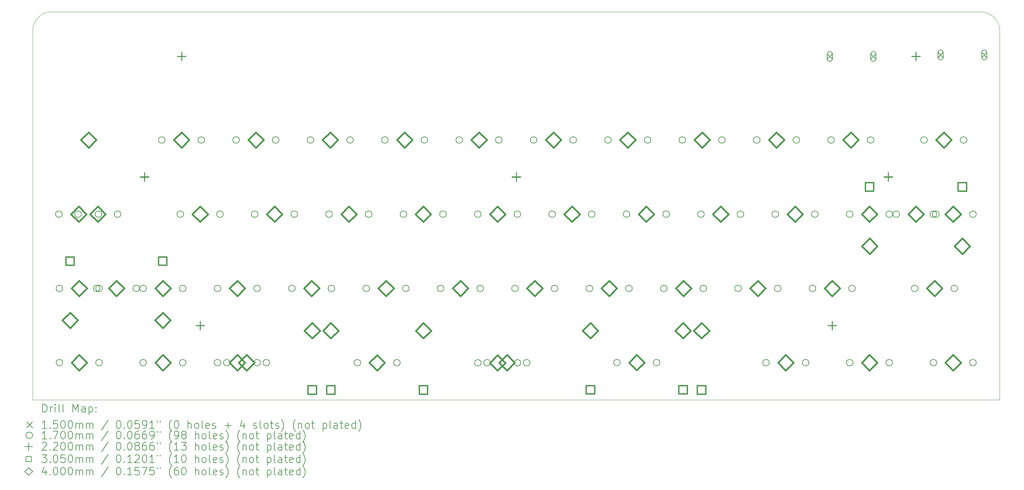
<source format=gbr>
%FSLAX45Y45*%
G04 Gerber Fmt 4.5, Leading zero omitted, Abs format (unit mm)*
G04 Created by KiCad (PCBNEW (6.0.0-0)) date 2022-04-10 20:29:36*
%MOMM*%
%LPD*%
G01*
G04 APERTURE LIST*
%TA.AperFunction,Profile*%
%ADD10C,0.100000*%
%TD*%
%ADD11C,0.200000*%
%ADD12C,0.150000*%
%ADD13C,0.170000*%
%ADD14C,0.220000*%
%ADD15C,0.305000*%
%ADD16C,0.400000*%
G04 APERTURE END LIST*
D10*
X2865000Y-2437500D02*
G75*
G03*
X2387500Y-2915000I0J-477500D01*
G01*
X27217500Y-2915000D02*
G75*
G03*
X26740000Y-2437500I-477500J0D01*
G01*
X26740000Y-2437500D02*
X2865000Y-2437500D01*
X2387500Y-3103750D02*
X2387500Y-12415000D01*
X27217500Y-2915000D02*
X27217500Y-12415000D01*
X27217500Y-12415000D02*
X2387500Y-12415000D01*
X2387500Y-3103750D02*
X2387500Y-2915000D01*
D11*
D12*
X22780540Y-3506250D02*
X22930540Y-3656250D01*
X22930540Y-3506250D02*
X22780540Y-3656250D01*
D11*
X22790540Y-3516250D02*
X22790540Y-3646250D01*
X22920540Y-3516250D02*
X22920540Y-3646250D01*
X22790540Y-3646250D02*
G75*
G03*
X22920540Y-3646250I65000J0D01*
G01*
X22920540Y-3516250D02*
G75*
G03*
X22790540Y-3516250I-65000J0D01*
G01*
D12*
X23900540Y-3506250D02*
X24050540Y-3656250D01*
X24050540Y-3506250D02*
X23900540Y-3656250D01*
D11*
X23910540Y-3516250D02*
X23910540Y-3646250D01*
X24040540Y-3516250D02*
X24040540Y-3646250D01*
X23910540Y-3646250D02*
G75*
G03*
X24040540Y-3646250I65000J0D01*
G01*
X24040540Y-3516250D02*
G75*
G03*
X23910540Y-3516250I-65000J0D01*
G01*
D12*
X25627500Y-3467700D02*
X25777500Y-3617700D01*
X25777500Y-3467700D02*
X25627500Y-3617700D01*
D11*
X25637500Y-3477700D02*
X25637500Y-3607700D01*
X25767500Y-3477700D02*
X25767500Y-3607700D01*
X25637500Y-3607700D02*
G75*
G03*
X25767500Y-3607700I65000J0D01*
G01*
X25767500Y-3477700D02*
G75*
G03*
X25637500Y-3477700I-65000J0D01*
G01*
D12*
X26747500Y-3467700D02*
X26897500Y-3617700D01*
X26897500Y-3467700D02*
X26747500Y-3617700D01*
D11*
X26757500Y-3477700D02*
X26757500Y-3607700D01*
X26887500Y-3477700D02*
X26887500Y-3607700D01*
X26757500Y-3607700D02*
G75*
G03*
X26887500Y-3607700I65000J0D01*
G01*
X26887500Y-3477700D02*
G75*
G03*
X26757500Y-3477700I-65000J0D01*
G01*
D13*
X3143000Y-7640000D02*
G75*
G03*
X3143000Y-7640000I-85000J0D01*
G01*
X3158250Y-9550000D02*
G75*
G03*
X3158250Y-9550000I-85000J0D01*
G01*
X3158250Y-11460000D02*
G75*
G03*
X3158250Y-11460000I-85000J0D01*
G01*
X3635750Y-7640000D02*
G75*
G03*
X3635750Y-7640000I-85000J0D01*
G01*
X4113250Y-9548000D02*
G75*
G03*
X4113250Y-9548000I-85000J0D01*
G01*
X4159000Y-7640000D02*
G75*
G03*
X4159000Y-7640000I-85000J0D01*
G01*
X4174250Y-9550000D02*
G75*
G03*
X4174250Y-9550000I-85000J0D01*
G01*
X4174250Y-11460000D02*
G75*
G03*
X4174250Y-11460000I-85000J0D01*
G01*
X4651750Y-7640000D02*
G75*
G03*
X4651750Y-7640000I-85000J0D01*
G01*
X5129250Y-9548000D02*
G75*
G03*
X5129250Y-9548000I-85000J0D01*
G01*
X5307000Y-9550000D02*
G75*
G03*
X5307000Y-9550000I-85000J0D01*
G01*
X5307000Y-11460000D02*
G75*
G03*
X5307000Y-11460000I-85000J0D01*
G01*
X5784500Y-5730000D02*
G75*
G03*
X5784500Y-5730000I-85000J0D01*
G01*
X6262000Y-7640000D02*
G75*
G03*
X6262000Y-7640000I-85000J0D01*
G01*
X6323000Y-9550000D02*
G75*
G03*
X6323000Y-9550000I-85000J0D01*
G01*
X6323000Y-11460000D02*
G75*
G03*
X6323000Y-11460000I-85000J0D01*
G01*
X6800500Y-5730000D02*
G75*
G03*
X6800500Y-5730000I-85000J0D01*
G01*
X7217000Y-9550000D02*
G75*
G03*
X7217000Y-9550000I-85000J0D01*
G01*
X7217000Y-11460000D02*
G75*
G03*
X7217000Y-11460000I-85000J0D01*
G01*
X7278000Y-7640000D02*
G75*
G03*
X7278000Y-7640000I-85000J0D01*
G01*
X7455750Y-11460000D02*
G75*
G03*
X7455750Y-11460000I-85000J0D01*
G01*
X7694500Y-5730000D02*
G75*
G03*
X7694500Y-5730000I-85000J0D01*
G01*
X8172000Y-7640000D02*
G75*
G03*
X8172000Y-7640000I-85000J0D01*
G01*
X8233000Y-9550000D02*
G75*
G03*
X8233000Y-9550000I-85000J0D01*
G01*
X8233000Y-11460000D02*
G75*
G03*
X8233000Y-11460000I-85000J0D01*
G01*
X8471750Y-11460000D02*
G75*
G03*
X8471750Y-11460000I-85000J0D01*
G01*
X8710500Y-5730000D02*
G75*
G03*
X8710500Y-5730000I-85000J0D01*
G01*
X9127000Y-9550000D02*
G75*
G03*
X9127000Y-9550000I-85000J0D01*
G01*
X9188000Y-7640000D02*
G75*
G03*
X9188000Y-7640000I-85000J0D01*
G01*
X9604500Y-5730000D02*
G75*
G03*
X9604500Y-5730000I-85000J0D01*
G01*
X10082000Y-7640000D02*
G75*
G03*
X10082000Y-7640000I-85000J0D01*
G01*
X10143000Y-9550000D02*
G75*
G03*
X10143000Y-9550000I-85000J0D01*
G01*
X10620500Y-5730000D02*
G75*
G03*
X10620500Y-5730000I-85000J0D01*
G01*
X10808000Y-11461800D02*
G75*
G03*
X10808000Y-11461800I-85000J0D01*
G01*
X11037000Y-9550000D02*
G75*
G03*
X11037000Y-9550000I-85000J0D01*
G01*
X11098000Y-7640000D02*
G75*
G03*
X11098000Y-7640000I-85000J0D01*
G01*
X11514500Y-5730000D02*
G75*
G03*
X11514500Y-5730000I-85000J0D01*
G01*
X11824000Y-11461800D02*
G75*
G03*
X11824000Y-11461800I-85000J0D01*
G01*
X11992000Y-7640000D02*
G75*
G03*
X11992000Y-7640000I-85000J0D01*
G01*
X12053000Y-9550000D02*
G75*
G03*
X12053000Y-9550000I-85000J0D01*
G01*
X12530500Y-5730000D02*
G75*
G03*
X12530500Y-5730000I-85000J0D01*
G01*
X12947000Y-9550000D02*
G75*
G03*
X12947000Y-9550000I-85000J0D01*
G01*
X13008000Y-7640000D02*
G75*
G03*
X13008000Y-7640000I-85000J0D01*
G01*
X13424500Y-5730000D02*
G75*
G03*
X13424500Y-5730000I-85000J0D01*
G01*
X13902000Y-7640000D02*
G75*
G03*
X13902000Y-7640000I-85000J0D01*
G01*
X13903000Y-11465000D02*
G75*
G03*
X13903000Y-11465000I-85000J0D01*
G01*
X13963000Y-9550000D02*
G75*
G03*
X13963000Y-9550000I-85000J0D01*
G01*
X14140750Y-11461000D02*
G75*
G03*
X14140750Y-11461000I-85000J0D01*
G01*
X14440500Y-5730000D02*
G75*
G03*
X14440500Y-5730000I-85000J0D01*
G01*
X14857000Y-9550000D02*
G75*
G03*
X14857000Y-9550000I-85000J0D01*
G01*
X14918000Y-7640000D02*
G75*
G03*
X14918000Y-7640000I-85000J0D01*
G01*
X14919000Y-11465000D02*
G75*
G03*
X14919000Y-11465000I-85000J0D01*
G01*
X15156750Y-11461000D02*
G75*
G03*
X15156750Y-11461000I-85000J0D01*
G01*
X15334500Y-5730000D02*
G75*
G03*
X15334500Y-5730000I-85000J0D01*
G01*
X15812000Y-7640000D02*
G75*
G03*
X15812000Y-7640000I-85000J0D01*
G01*
X15873000Y-9550000D02*
G75*
G03*
X15873000Y-9550000I-85000J0D01*
G01*
X16350500Y-5730000D02*
G75*
G03*
X16350500Y-5730000I-85000J0D01*
G01*
X16767000Y-9550000D02*
G75*
G03*
X16767000Y-9550000I-85000J0D01*
G01*
X16828000Y-7640000D02*
G75*
G03*
X16828000Y-7640000I-85000J0D01*
G01*
X17244500Y-5730000D02*
G75*
G03*
X17244500Y-5730000I-85000J0D01*
G01*
X17475000Y-11459000D02*
G75*
G03*
X17475000Y-11459000I-85000J0D01*
G01*
X17722000Y-7640000D02*
G75*
G03*
X17722000Y-7640000I-85000J0D01*
G01*
X17783000Y-9550000D02*
G75*
G03*
X17783000Y-9550000I-85000J0D01*
G01*
X18260500Y-5730000D02*
G75*
G03*
X18260500Y-5730000I-85000J0D01*
G01*
X18491000Y-11459000D02*
G75*
G03*
X18491000Y-11459000I-85000J0D01*
G01*
X18677000Y-9550000D02*
G75*
G03*
X18677000Y-9550000I-85000J0D01*
G01*
X18738000Y-7640000D02*
G75*
G03*
X18738000Y-7640000I-85000J0D01*
G01*
X19154500Y-5730000D02*
G75*
G03*
X19154500Y-5730000I-85000J0D01*
G01*
X19632000Y-7640000D02*
G75*
G03*
X19632000Y-7640000I-85000J0D01*
G01*
X19693000Y-9550000D02*
G75*
G03*
X19693000Y-9550000I-85000J0D01*
G01*
X20170500Y-5730000D02*
G75*
G03*
X20170500Y-5730000I-85000J0D01*
G01*
X20587000Y-9550000D02*
G75*
G03*
X20587000Y-9550000I-85000J0D01*
G01*
X20648000Y-7640000D02*
G75*
G03*
X20648000Y-7640000I-85000J0D01*
G01*
X21064500Y-5730000D02*
G75*
G03*
X21064500Y-5730000I-85000J0D01*
G01*
X21303250Y-11460000D02*
G75*
G03*
X21303250Y-11460000I-85000J0D01*
G01*
X21542000Y-7640000D02*
G75*
G03*
X21542000Y-7640000I-85000J0D01*
G01*
X21603000Y-9550000D02*
G75*
G03*
X21603000Y-9550000I-85000J0D01*
G01*
X22080500Y-5730000D02*
G75*
G03*
X22080500Y-5730000I-85000J0D01*
G01*
X22319250Y-11460000D02*
G75*
G03*
X22319250Y-11460000I-85000J0D01*
G01*
X22497000Y-9550000D02*
G75*
G03*
X22497000Y-9550000I-85000J0D01*
G01*
X22558000Y-7640000D02*
G75*
G03*
X22558000Y-7640000I-85000J0D01*
G01*
X22974500Y-5730000D02*
G75*
G03*
X22974500Y-5730000I-85000J0D01*
G01*
X23452000Y-7640000D02*
G75*
G03*
X23452000Y-7640000I-85000J0D01*
G01*
X23452000Y-11460000D02*
G75*
G03*
X23452000Y-11460000I-85000J0D01*
G01*
X23513000Y-9550000D02*
G75*
G03*
X23513000Y-9550000I-85000J0D01*
G01*
X23990500Y-5730000D02*
G75*
G03*
X23990500Y-5730000I-85000J0D01*
G01*
X24468000Y-7640000D02*
G75*
G03*
X24468000Y-7640000I-85000J0D01*
G01*
X24468000Y-11460000D02*
G75*
G03*
X24468000Y-11460000I-85000J0D01*
G01*
X24645750Y-7640000D02*
G75*
G03*
X24645750Y-7640000I-85000J0D01*
G01*
X25123250Y-9550000D02*
G75*
G03*
X25123250Y-9550000I-85000J0D01*
G01*
X25362000Y-5730000D02*
G75*
G03*
X25362000Y-5730000I-85000J0D01*
G01*
X25600750Y-7640000D02*
G75*
G03*
X25600750Y-7640000I-85000J0D01*
G01*
X25600750Y-11460000D02*
G75*
G03*
X25600750Y-11460000I-85000J0D01*
G01*
X25661750Y-7640000D02*
G75*
G03*
X25661750Y-7640000I-85000J0D01*
G01*
X26139250Y-9550000D02*
G75*
G03*
X26139250Y-9550000I-85000J0D01*
G01*
X26378000Y-5730000D02*
G75*
G03*
X26378000Y-5730000I-85000J0D01*
G01*
X26616750Y-7640000D02*
G75*
G03*
X26616750Y-7640000I-85000J0D01*
G01*
X26616750Y-11460000D02*
G75*
G03*
X26616750Y-11460000I-85000J0D01*
G01*
D14*
X5251250Y-6570000D02*
X5251250Y-6790000D01*
X5141250Y-6680000D02*
X5361250Y-6680000D01*
X5252500Y-6575000D02*
X5252500Y-6795000D01*
X5142500Y-6685000D02*
X5362500Y-6685000D01*
X6207500Y-3471250D02*
X6207500Y-3691250D01*
X6097500Y-3581250D02*
X6317500Y-3581250D01*
X6683750Y-10390000D02*
X6683750Y-10610000D01*
X6573750Y-10500000D02*
X6793750Y-10500000D01*
X6683750Y-10390000D02*
X6683750Y-10610000D01*
X6573750Y-10500000D02*
X6793750Y-10500000D01*
X6685000Y-10395000D02*
X6685000Y-10615000D01*
X6575000Y-10505000D02*
X6795000Y-10505000D01*
X14801250Y-6570000D02*
X14801250Y-6790000D01*
X14691250Y-6680000D02*
X14911250Y-6680000D01*
X14802500Y-6575000D02*
X14802500Y-6795000D01*
X14692500Y-6685000D02*
X14912500Y-6685000D01*
X22918750Y-10390000D02*
X22918750Y-10610000D01*
X22808750Y-10500000D02*
X23028750Y-10500000D01*
X22920000Y-10395000D02*
X22920000Y-10615000D01*
X22810000Y-10505000D02*
X23030000Y-10505000D01*
X24351250Y-6570000D02*
X24351250Y-6790000D01*
X24241250Y-6680000D02*
X24461250Y-6680000D01*
X24352500Y-6575000D02*
X24352500Y-6795000D01*
X24242500Y-6685000D02*
X24462500Y-6685000D01*
X25068750Y-3471250D02*
X25068750Y-3691250D01*
X24958750Y-3581250D02*
X25178750Y-3581250D01*
D15*
X3454085Y-8955835D02*
X3454085Y-8740165D01*
X3238415Y-8740165D01*
X3238415Y-8955835D01*
X3454085Y-8955835D01*
X5834085Y-8955835D02*
X5834085Y-8740165D01*
X5618415Y-8740165D01*
X5618415Y-8955835D01*
X5834085Y-8955835D01*
X9671585Y-12268835D02*
X9671585Y-12053165D01*
X9455915Y-12053165D01*
X9455915Y-12268835D01*
X9671585Y-12268835D01*
X10148835Y-12269635D02*
X10148835Y-12053965D01*
X9933165Y-12053965D01*
X9933165Y-12269635D01*
X10148835Y-12269635D01*
X12528835Y-12269635D02*
X12528835Y-12053965D01*
X12313165Y-12053965D01*
X12313165Y-12269635D01*
X12528835Y-12269635D01*
X16815835Y-12266835D02*
X16815835Y-12051165D01*
X16600165Y-12051165D01*
X16600165Y-12266835D01*
X16815835Y-12266835D01*
X19195835Y-12266835D02*
X19195835Y-12051165D01*
X18980165Y-12051165D01*
X18980165Y-12266835D01*
X19195835Y-12266835D01*
X19671585Y-12268835D02*
X19671585Y-12053165D01*
X19455915Y-12053165D01*
X19455915Y-12268835D01*
X19671585Y-12268835D01*
X23986585Y-7047835D02*
X23986585Y-6832165D01*
X23770915Y-6832165D01*
X23770915Y-7047835D01*
X23986585Y-7047835D01*
X26366585Y-7047835D02*
X26366585Y-6832165D01*
X26150915Y-6832165D01*
X26150915Y-7047835D01*
X26366585Y-7047835D01*
D16*
X3346250Y-10572000D02*
X3546250Y-10372000D01*
X3346250Y-10172000D01*
X3146250Y-10372000D01*
X3346250Y-10572000D01*
X3566000Y-7840000D02*
X3766000Y-7640000D01*
X3566000Y-7440000D01*
X3366000Y-7640000D01*
X3566000Y-7840000D01*
X3581250Y-9750000D02*
X3781250Y-9550000D01*
X3581250Y-9350000D01*
X3381250Y-9550000D01*
X3581250Y-9750000D01*
X3581250Y-11660000D02*
X3781250Y-11460000D01*
X3581250Y-11260000D01*
X3381250Y-11460000D01*
X3581250Y-11660000D01*
X3820000Y-5930000D02*
X4020000Y-5730000D01*
X3820000Y-5530000D01*
X3620000Y-5730000D01*
X3820000Y-5930000D01*
X4058750Y-7840000D02*
X4258750Y-7640000D01*
X4058750Y-7440000D01*
X3858750Y-7640000D01*
X4058750Y-7840000D01*
X4536250Y-9748000D02*
X4736250Y-9548000D01*
X4536250Y-9348000D01*
X4336250Y-9548000D01*
X4536250Y-9748000D01*
X5726250Y-10572000D02*
X5926250Y-10372000D01*
X5726250Y-10172000D01*
X5526250Y-10372000D01*
X5726250Y-10572000D01*
X5730000Y-9750000D02*
X5930000Y-9550000D01*
X5730000Y-9350000D01*
X5530000Y-9550000D01*
X5730000Y-9750000D01*
X5730000Y-11660000D02*
X5930000Y-11460000D01*
X5730000Y-11260000D01*
X5530000Y-11460000D01*
X5730000Y-11660000D01*
X6207500Y-5930000D02*
X6407500Y-5730000D01*
X6207500Y-5530000D01*
X6007500Y-5730000D01*
X6207500Y-5930000D01*
X6685000Y-7840000D02*
X6885000Y-7640000D01*
X6685000Y-7440000D01*
X6485000Y-7640000D01*
X6685000Y-7840000D01*
X7640000Y-9750000D02*
X7840000Y-9550000D01*
X7640000Y-9350000D01*
X7440000Y-9550000D01*
X7640000Y-9750000D01*
X7640000Y-11660000D02*
X7840000Y-11460000D01*
X7640000Y-11260000D01*
X7440000Y-11460000D01*
X7640000Y-11660000D01*
X7878750Y-11660000D02*
X8078750Y-11460000D01*
X7878750Y-11260000D01*
X7678750Y-11460000D01*
X7878750Y-11660000D01*
X8117500Y-5930000D02*
X8317500Y-5730000D01*
X8117500Y-5530000D01*
X7917500Y-5730000D01*
X8117500Y-5930000D01*
X8595000Y-7840000D02*
X8795000Y-7640000D01*
X8595000Y-7440000D01*
X8395000Y-7640000D01*
X8595000Y-7840000D01*
X9550000Y-9750000D02*
X9750000Y-9550000D01*
X9550000Y-9350000D01*
X9350000Y-9550000D01*
X9550000Y-9750000D01*
X9563750Y-10837000D02*
X9763750Y-10637000D01*
X9563750Y-10437000D01*
X9363750Y-10637000D01*
X9563750Y-10837000D01*
X10027500Y-5930000D02*
X10227500Y-5730000D01*
X10027500Y-5530000D01*
X9827500Y-5730000D01*
X10027500Y-5930000D01*
X10041000Y-10837800D02*
X10241000Y-10637800D01*
X10041000Y-10437800D01*
X9841000Y-10637800D01*
X10041000Y-10837800D01*
X10505000Y-7840000D02*
X10705000Y-7640000D01*
X10505000Y-7440000D01*
X10305000Y-7640000D01*
X10505000Y-7840000D01*
X11231000Y-11661800D02*
X11431000Y-11461800D01*
X11231000Y-11261800D01*
X11031000Y-11461800D01*
X11231000Y-11661800D01*
X11460000Y-9750000D02*
X11660000Y-9550000D01*
X11460000Y-9350000D01*
X11260000Y-9550000D01*
X11460000Y-9750000D01*
X11937500Y-5930000D02*
X12137500Y-5730000D01*
X11937500Y-5530000D01*
X11737500Y-5730000D01*
X11937500Y-5930000D01*
X12415000Y-7840000D02*
X12615000Y-7640000D01*
X12415000Y-7440000D01*
X12215000Y-7640000D01*
X12415000Y-7840000D01*
X12421000Y-10837800D02*
X12621000Y-10637800D01*
X12421000Y-10437800D01*
X12221000Y-10637800D01*
X12421000Y-10837800D01*
X13370000Y-9750000D02*
X13570000Y-9550000D01*
X13370000Y-9350000D01*
X13170000Y-9550000D01*
X13370000Y-9750000D01*
X13847500Y-5930000D02*
X14047500Y-5730000D01*
X13847500Y-5530000D01*
X13647500Y-5730000D01*
X13847500Y-5930000D01*
X14325000Y-7840000D02*
X14525000Y-7640000D01*
X14325000Y-7440000D01*
X14125000Y-7640000D01*
X14325000Y-7840000D01*
X14326000Y-11665000D02*
X14526000Y-11465000D01*
X14326000Y-11265000D01*
X14126000Y-11465000D01*
X14326000Y-11665000D01*
X14563750Y-11661000D02*
X14763750Y-11461000D01*
X14563750Y-11261000D01*
X14363750Y-11461000D01*
X14563750Y-11661000D01*
X15280000Y-9750000D02*
X15480000Y-9550000D01*
X15280000Y-9350000D01*
X15080000Y-9550000D01*
X15280000Y-9750000D01*
X15757500Y-5930000D02*
X15957500Y-5730000D01*
X15757500Y-5530000D01*
X15557500Y-5730000D01*
X15757500Y-5930000D01*
X16235000Y-7840000D02*
X16435000Y-7640000D01*
X16235000Y-7440000D01*
X16035000Y-7640000D01*
X16235000Y-7840000D01*
X16708000Y-10835000D02*
X16908000Y-10635000D01*
X16708000Y-10435000D01*
X16508000Y-10635000D01*
X16708000Y-10835000D01*
X17190000Y-9750000D02*
X17390000Y-9550000D01*
X17190000Y-9350000D01*
X16990000Y-9550000D01*
X17190000Y-9750000D01*
X17667500Y-5930000D02*
X17867500Y-5730000D01*
X17667500Y-5530000D01*
X17467500Y-5730000D01*
X17667500Y-5930000D01*
X17898000Y-11659000D02*
X18098000Y-11459000D01*
X17898000Y-11259000D01*
X17698000Y-11459000D01*
X17898000Y-11659000D01*
X18145000Y-7840000D02*
X18345000Y-7640000D01*
X18145000Y-7440000D01*
X17945000Y-7640000D01*
X18145000Y-7840000D01*
X19088000Y-10835000D02*
X19288000Y-10635000D01*
X19088000Y-10435000D01*
X18888000Y-10635000D01*
X19088000Y-10835000D01*
X19100000Y-9750000D02*
X19300000Y-9550000D01*
X19100000Y-9350000D01*
X18900000Y-9550000D01*
X19100000Y-9750000D01*
X19563750Y-10837000D02*
X19763750Y-10637000D01*
X19563750Y-10437000D01*
X19363750Y-10637000D01*
X19563750Y-10837000D01*
X19577500Y-5930000D02*
X19777500Y-5730000D01*
X19577500Y-5530000D01*
X19377500Y-5730000D01*
X19577500Y-5930000D01*
X20055000Y-7840000D02*
X20255000Y-7640000D01*
X20055000Y-7440000D01*
X19855000Y-7640000D01*
X20055000Y-7840000D01*
X21010000Y-9750000D02*
X21210000Y-9550000D01*
X21010000Y-9350000D01*
X20810000Y-9550000D01*
X21010000Y-9750000D01*
X21487500Y-5930000D02*
X21687500Y-5730000D01*
X21487500Y-5530000D01*
X21287500Y-5730000D01*
X21487500Y-5930000D01*
X21726250Y-11660000D02*
X21926250Y-11460000D01*
X21726250Y-11260000D01*
X21526250Y-11460000D01*
X21726250Y-11660000D01*
X21965000Y-7840000D02*
X22165000Y-7640000D01*
X21965000Y-7440000D01*
X21765000Y-7640000D01*
X21965000Y-7840000D01*
X22920000Y-9750000D02*
X23120000Y-9550000D01*
X22920000Y-9350000D01*
X22720000Y-9550000D01*
X22920000Y-9750000D01*
X23397500Y-5930000D02*
X23597500Y-5730000D01*
X23397500Y-5530000D01*
X23197500Y-5730000D01*
X23397500Y-5930000D01*
X23875000Y-7840000D02*
X24075000Y-7640000D01*
X23875000Y-7440000D01*
X23675000Y-7640000D01*
X23875000Y-7840000D01*
X23875000Y-11660000D02*
X24075000Y-11460000D01*
X23875000Y-11260000D01*
X23675000Y-11460000D01*
X23875000Y-11660000D01*
X23878750Y-8664000D02*
X24078750Y-8464000D01*
X23878750Y-8264000D01*
X23678750Y-8464000D01*
X23878750Y-8664000D01*
X25068750Y-7840000D02*
X25268750Y-7640000D01*
X25068750Y-7440000D01*
X24868750Y-7640000D01*
X25068750Y-7840000D01*
X25546250Y-9750000D02*
X25746250Y-9550000D01*
X25546250Y-9350000D01*
X25346250Y-9550000D01*
X25546250Y-9750000D01*
X25785000Y-5930000D02*
X25985000Y-5730000D01*
X25785000Y-5530000D01*
X25585000Y-5730000D01*
X25785000Y-5930000D01*
X26023750Y-7840000D02*
X26223750Y-7640000D01*
X26023750Y-7440000D01*
X25823750Y-7640000D01*
X26023750Y-7840000D01*
X26023750Y-11660000D02*
X26223750Y-11460000D01*
X26023750Y-11260000D01*
X25823750Y-11460000D01*
X26023750Y-11660000D01*
X26258750Y-8664000D02*
X26458750Y-8464000D01*
X26258750Y-8264000D01*
X26058750Y-8464000D01*
X26258750Y-8664000D01*
D11*
X2640119Y-12730476D02*
X2640119Y-12530476D01*
X2687738Y-12530476D01*
X2716310Y-12540000D01*
X2735357Y-12559048D01*
X2744881Y-12578095D01*
X2754405Y-12616190D01*
X2754405Y-12644762D01*
X2744881Y-12682857D01*
X2735357Y-12701905D01*
X2716310Y-12720952D01*
X2687738Y-12730476D01*
X2640119Y-12730476D01*
X2840119Y-12730476D02*
X2840119Y-12597143D01*
X2840119Y-12635238D02*
X2849643Y-12616190D01*
X2859167Y-12606667D01*
X2878214Y-12597143D01*
X2897262Y-12597143D01*
X2963928Y-12730476D02*
X2963928Y-12597143D01*
X2963928Y-12530476D02*
X2954405Y-12540000D01*
X2963928Y-12549524D01*
X2973452Y-12540000D01*
X2963928Y-12530476D01*
X2963928Y-12549524D01*
X3087738Y-12730476D02*
X3068690Y-12720952D01*
X3059167Y-12701905D01*
X3059167Y-12530476D01*
X3192500Y-12730476D02*
X3173452Y-12720952D01*
X3163928Y-12701905D01*
X3163928Y-12530476D01*
X3421071Y-12730476D02*
X3421071Y-12530476D01*
X3487738Y-12673333D01*
X3554405Y-12530476D01*
X3554405Y-12730476D01*
X3735357Y-12730476D02*
X3735357Y-12625714D01*
X3725833Y-12606667D01*
X3706786Y-12597143D01*
X3668690Y-12597143D01*
X3649643Y-12606667D01*
X3735357Y-12720952D02*
X3716309Y-12730476D01*
X3668690Y-12730476D01*
X3649643Y-12720952D01*
X3640119Y-12701905D01*
X3640119Y-12682857D01*
X3649643Y-12663809D01*
X3668690Y-12654286D01*
X3716309Y-12654286D01*
X3735357Y-12644762D01*
X3830595Y-12597143D02*
X3830595Y-12797143D01*
X3830595Y-12606667D02*
X3849643Y-12597143D01*
X3887738Y-12597143D01*
X3906786Y-12606667D01*
X3916309Y-12616190D01*
X3925833Y-12635238D01*
X3925833Y-12692381D01*
X3916309Y-12711428D01*
X3906786Y-12720952D01*
X3887738Y-12730476D01*
X3849643Y-12730476D01*
X3830595Y-12720952D01*
X4011548Y-12711428D02*
X4021071Y-12720952D01*
X4011548Y-12730476D01*
X4002024Y-12720952D01*
X4011548Y-12711428D01*
X4011548Y-12730476D01*
X4011548Y-12606667D02*
X4021071Y-12616190D01*
X4011548Y-12625714D01*
X4002024Y-12616190D01*
X4011548Y-12606667D01*
X4011548Y-12625714D01*
D12*
X2232500Y-12985000D02*
X2382500Y-13135000D01*
X2382500Y-12985000D02*
X2232500Y-13135000D01*
D11*
X2744881Y-13150476D02*
X2630595Y-13150476D01*
X2687738Y-13150476D02*
X2687738Y-12950476D01*
X2668690Y-12979048D01*
X2649643Y-12998095D01*
X2630595Y-13007619D01*
X2830595Y-13131428D02*
X2840119Y-13140952D01*
X2830595Y-13150476D01*
X2821071Y-13140952D01*
X2830595Y-13131428D01*
X2830595Y-13150476D01*
X3021071Y-12950476D02*
X2925833Y-12950476D01*
X2916309Y-13045714D01*
X2925833Y-13036190D01*
X2944881Y-13026667D01*
X2992500Y-13026667D01*
X3011548Y-13036190D01*
X3021071Y-13045714D01*
X3030595Y-13064762D01*
X3030595Y-13112381D01*
X3021071Y-13131428D01*
X3011548Y-13140952D01*
X2992500Y-13150476D01*
X2944881Y-13150476D01*
X2925833Y-13140952D01*
X2916309Y-13131428D01*
X3154405Y-12950476D02*
X3173452Y-12950476D01*
X3192500Y-12960000D01*
X3202024Y-12969524D01*
X3211548Y-12988571D01*
X3221071Y-13026667D01*
X3221071Y-13074286D01*
X3211548Y-13112381D01*
X3202024Y-13131428D01*
X3192500Y-13140952D01*
X3173452Y-13150476D01*
X3154405Y-13150476D01*
X3135357Y-13140952D01*
X3125833Y-13131428D01*
X3116309Y-13112381D01*
X3106786Y-13074286D01*
X3106786Y-13026667D01*
X3116309Y-12988571D01*
X3125833Y-12969524D01*
X3135357Y-12960000D01*
X3154405Y-12950476D01*
X3344881Y-12950476D02*
X3363928Y-12950476D01*
X3382976Y-12960000D01*
X3392500Y-12969524D01*
X3402024Y-12988571D01*
X3411548Y-13026667D01*
X3411548Y-13074286D01*
X3402024Y-13112381D01*
X3392500Y-13131428D01*
X3382976Y-13140952D01*
X3363928Y-13150476D01*
X3344881Y-13150476D01*
X3325833Y-13140952D01*
X3316309Y-13131428D01*
X3306786Y-13112381D01*
X3297262Y-13074286D01*
X3297262Y-13026667D01*
X3306786Y-12988571D01*
X3316309Y-12969524D01*
X3325833Y-12960000D01*
X3344881Y-12950476D01*
X3497262Y-13150476D02*
X3497262Y-13017143D01*
X3497262Y-13036190D02*
X3506786Y-13026667D01*
X3525833Y-13017143D01*
X3554405Y-13017143D01*
X3573452Y-13026667D01*
X3582976Y-13045714D01*
X3582976Y-13150476D01*
X3582976Y-13045714D02*
X3592500Y-13026667D01*
X3611548Y-13017143D01*
X3640119Y-13017143D01*
X3659167Y-13026667D01*
X3668690Y-13045714D01*
X3668690Y-13150476D01*
X3763928Y-13150476D02*
X3763928Y-13017143D01*
X3763928Y-13036190D02*
X3773452Y-13026667D01*
X3792500Y-13017143D01*
X3821071Y-13017143D01*
X3840119Y-13026667D01*
X3849643Y-13045714D01*
X3849643Y-13150476D01*
X3849643Y-13045714D02*
X3859167Y-13026667D01*
X3878214Y-13017143D01*
X3906786Y-13017143D01*
X3925833Y-13026667D01*
X3935357Y-13045714D01*
X3935357Y-13150476D01*
X4325833Y-12940952D02*
X4154405Y-13198095D01*
X4582976Y-12950476D02*
X4602024Y-12950476D01*
X4621071Y-12960000D01*
X4630595Y-12969524D01*
X4640119Y-12988571D01*
X4649643Y-13026667D01*
X4649643Y-13074286D01*
X4640119Y-13112381D01*
X4630595Y-13131428D01*
X4621071Y-13140952D01*
X4602024Y-13150476D01*
X4582976Y-13150476D01*
X4563929Y-13140952D01*
X4554405Y-13131428D01*
X4544881Y-13112381D01*
X4535357Y-13074286D01*
X4535357Y-13026667D01*
X4544881Y-12988571D01*
X4554405Y-12969524D01*
X4563929Y-12960000D01*
X4582976Y-12950476D01*
X4735357Y-13131428D02*
X4744881Y-13140952D01*
X4735357Y-13150476D01*
X4725833Y-13140952D01*
X4735357Y-13131428D01*
X4735357Y-13150476D01*
X4868690Y-12950476D02*
X4887738Y-12950476D01*
X4906786Y-12960000D01*
X4916310Y-12969524D01*
X4925833Y-12988571D01*
X4935357Y-13026667D01*
X4935357Y-13074286D01*
X4925833Y-13112381D01*
X4916310Y-13131428D01*
X4906786Y-13140952D01*
X4887738Y-13150476D01*
X4868690Y-13150476D01*
X4849643Y-13140952D01*
X4840119Y-13131428D01*
X4830595Y-13112381D01*
X4821071Y-13074286D01*
X4821071Y-13026667D01*
X4830595Y-12988571D01*
X4840119Y-12969524D01*
X4849643Y-12960000D01*
X4868690Y-12950476D01*
X5116310Y-12950476D02*
X5021071Y-12950476D01*
X5011548Y-13045714D01*
X5021071Y-13036190D01*
X5040119Y-13026667D01*
X5087738Y-13026667D01*
X5106786Y-13036190D01*
X5116310Y-13045714D01*
X5125833Y-13064762D01*
X5125833Y-13112381D01*
X5116310Y-13131428D01*
X5106786Y-13140952D01*
X5087738Y-13150476D01*
X5040119Y-13150476D01*
X5021071Y-13140952D01*
X5011548Y-13131428D01*
X5221071Y-13150476D02*
X5259167Y-13150476D01*
X5278214Y-13140952D01*
X5287738Y-13131428D01*
X5306786Y-13102857D01*
X5316310Y-13064762D01*
X5316310Y-12988571D01*
X5306786Y-12969524D01*
X5297262Y-12960000D01*
X5278214Y-12950476D01*
X5240119Y-12950476D01*
X5221071Y-12960000D01*
X5211548Y-12969524D01*
X5202024Y-12988571D01*
X5202024Y-13036190D01*
X5211548Y-13055238D01*
X5221071Y-13064762D01*
X5240119Y-13074286D01*
X5278214Y-13074286D01*
X5297262Y-13064762D01*
X5306786Y-13055238D01*
X5316310Y-13036190D01*
X5506786Y-13150476D02*
X5392500Y-13150476D01*
X5449643Y-13150476D02*
X5449643Y-12950476D01*
X5430595Y-12979048D01*
X5411548Y-12998095D01*
X5392500Y-13007619D01*
X5582976Y-12950476D02*
X5582976Y-12988571D01*
X5659167Y-12950476D02*
X5659167Y-12988571D01*
X5954405Y-13226667D02*
X5944881Y-13217143D01*
X5925833Y-13188571D01*
X5916309Y-13169524D01*
X5906786Y-13140952D01*
X5897262Y-13093333D01*
X5897262Y-13055238D01*
X5906786Y-13007619D01*
X5916309Y-12979048D01*
X5925833Y-12960000D01*
X5944881Y-12931428D01*
X5954405Y-12921905D01*
X6068690Y-12950476D02*
X6087738Y-12950476D01*
X6106786Y-12960000D01*
X6116309Y-12969524D01*
X6125833Y-12988571D01*
X6135357Y-13026667D01*
X6135357Y-13074286D01*
X6125833Y-13112381D01*
X6116309Y-13131428D01*
X6106786Y-13140952D01*
X6087738Y-13150476D01*
X6068690Y-13150476D01*
X6049643Y-13140952D01*
X6040119Y-13131428D01*
X6030595Y-13112381D01*
X6021071Y-13074286D01*
X6021071Y-13026667D01*
X6030595Y-12988571D01*
X6040119Y-12969524D01*
X6049643Y-12960000D01*
X6068690Y-12950476D01*
X6373452Y-13150476D02*
X6373452Y-12950476D01*
X6459167Y-13150476D02*
X6459167Y-13045714D01*
X6449643Y-13026667D01*
X6430595Y-13017143D01*
X6402024Y-13017143D01*
X6382976Y-13026667D01*
X6373452Y-13036190D01*
X6582976Y-13150476D02*
X6563928Y-13140952D01*
X6554405Y-13131428D01*
X6544881Y-13112381D01*
X6544881Y-13055238D01*
X6554405Y-13036190D01*
X6563928Y-13026667D01*
X6582976Y-13017143D01*
X6611548Y-13017143D01*
X6630595Y-13026667D01*
X6640119Y-13036190D01*
X6649643Y-13055238D01*
X6649643Y-13112381D01*
X6640119Y-13131428D01*
X6630595Y-13140952D01*
X6611548Y-13150476D01*
X6582976Y-13150476D01*
X6763928Y-13150476D02*
X6744881Y-13140952D01*
X6735357Y-13121905D01*
X6735357Y-12950476D01*
X6916309Y-13140952D02*
X6897262Y-13150476D01*
X6859167Y-13150476D01*
X6840119Y-13140952D01*
X6830595Y-13121905D01*
X6830595Y-13045714D01*
X6840119Y-13026667D01*
X6859167Y-13017143D01*
X6897262Y-13017143D01*
X6916309Y-13026667D01*
X6925833Y-13045714D01*
X6925833Y-13064762D01*
X6830595Y-13083809D01*
X7002024Y-13140952D02*
X7021071Y-13150476D01*
X7059167Y-13150476D01*
X7078214Y-13140952D01*
X7087738Y-13121905D01*
X7087738Y-13112381D01*
X7078214Y-13093333D01*
X7059167Y-13083809D01*
X7030595Y-13083809D01*
X7011548Y-13074286D01*
X7002024Y-13055238D01*
X7002024Y-13045714D01*
X7011548Y-13026667D01*
X7030595Y-13017143D01*
X7059167Y-13017143D01*
X7078214Y-13026667D01*
X7325833Y-13074286D02*
X7478214Y-13074286D01*
X7402024Y-13150476D02*
X7402024Y-12998095D01*
X7811548Y-13017143D02*
X7811548Y-13150476D01*
X7763928Y-12940952D02*
X7716309Y-13083809D01*
X7840119Y-13083809D01*
X8059167Y-13140952D02*
X8078214Y-13150476D01*
X8116309Y-13150476D01*
X8135357Y-13140952D01*
X8144881Y-13121905D01*
X8144881Y-13112381D01*
X8135357Y-13093333D01*
X8116309Y-13083809D01*
X8087738Y-13083809D01*
X8068690Y-13074286D01*
X8059167Y-13055238D01*
X8059167Y-13045714D01*
X8068690Y-13026667D01*
X8087738Y-13017143D01*
X8116309Y-13017143D01*
X8135357Y-13026667D01*
X8259167Y-13150476D02*
X8240119Y-13140952D01*
X8230595Y-13121905D01*
X8230595Y-12950476D01*
X8363928Y-13150476D02*
X8344881Y-13140952D01*
X8335357Y-13131428D01*
X8325833Y-13112381D01*
X8325833Y-13055238D01*
X8335357Y-13036190D01*
X8344881Y-13026667D01*
X8363928Y-13017143D01*
X8392500Y-13017143D01*
X8411548Y-13026667D01*
X8421071Y-13036190D01*
X8430595Y-13055238D01*
X8430595Y-13112381D01*
X8421071Y-13131428D01*
X8411548Y-13140952D01*
X8392500Y-13150476D01*
X8363928Y-13150476D01*
X8487738Y-13017143D02*
X8563929Y-13017143D01*
X8516310Y-12950476D02*
X8516310Y-13121905D01*
X8525833Y-13140952D01*
X8544881Y-13150476D01*
X8563929Y-13150476D01*
X8621071Y-13140952D02*
X8640119Y-13150476D01*
X8678214Y-13150476D01*
X8697262Y-13140952D01*
X8706786Y-13121905D01*
X8706786Y-13112381D01*
X8697262Y-13093333D01*
X8678214Y-13083809D01*
X8649643Y-13083809D01*
X8630595Y-13074286D01*
X8621071Y-13055238D01*
X8621071Y-13045714D01*
X8630595Y-13026667D01*
X8649643Y-13017143D01*
X8678214Y-13017143D01*
X8697262Y-13026667D01*
X8773452Y-13226667D02*
X8782976Y-13217143D01*
X8802024Y-13188571D01*
X8811548Y-13169524D01*
X8821071Y-13140952D01*
X8830595Y-13093333D01*
X8830595Y-13055238D01*
X8821071Y-13007619D01*
X8811548Y-12979048D01*
X8802024Y-12960000D01*
X8782976Y-12931428D01*
X8773452Y-12921905D01*
X9135357Y-13226667D02*
X9125833Y-13217143D01*
X9106786Y-13188571D01*
X9097262Y-13169524D01*
X9087738Y-13140952D01*
X9078214Y-13093333D01*
X9078214Y-13055238D01*
X9087738Y-13007619D01*
X9097262Y-12979048D01*
X9106786Y-12960000D01*
X9125833Y-12931428D01*
X9135357Y-12921905D01*
X9211548Y-13017143D02*
X9211548Y-13150476D01*
X9211548Y-13036190D02*
X9221071Y-13026667D01*
X9240119Y-13017143D01*
X9268690Y-13017143D01*
X9287738Y-13026667D01*
X9297262Y-13045714D01*
X9297262Y-13150476D01*
X9421071Y-13150476D02*
X9402024Y-13140952D01*
X9392500Y-13131428D01*
X9382976Y-13112381D01*
X9382976Y-13055238D01*
X9392500Y-13036190D01*
X9402024Y-13026667D01*
X9421071Y-13017143D01*
X9449643Y-13017143D01*
X9468690Y-13026667D01*
X9478214Y-13036190D01*
X9487738Y-13055238D01*
X9487738Y-13112381D01*
X9478214Y-13131428D01*
X9468690Y-13140952D01*
X9449643Y-13150476D01*
X9421071Y-13150476D01*
X9544881Y-13017143D02*
X9621071Y-13017143D01*
X9573452Y-12950476D02*
X9573452Y-13121905D01*
X9582976Y-13140952D01*
X9602024Y-13150476D01*
X9621071Y-13150476D01*
X9840119Y-13017143D02*
X9840119Y-13217143D01*
X9840119Y-13026667D02*
X9859167Y-13017143D01*
X9897262Y-13017143D01*
X9916310Y-13026667D01*
X9925833Y-13036190D01*
X9935357Y-13055238D01*
X9935357Y-13112381D01*
X9925833Y-13131428D01*
X9916310Y-13140952D01*
X9897262Y-13150476D01*
X9859167Y-13150476D01*
X9840119Y-13140952D01*
X10049643Y-13150476D02*
X10030595Y-13140952D01*
X10021071Y-13121905D01*
X10021071Y-12950476D01*
X10211548Y-13150476D02*
X10211548Y-13045714D01*
X10202024Y-13026667D01*
X10182976Y-13017143D01*
X10144881Y-13017143D01*
X10125833Y-13026667D01*
X10211548Y-13140952D02*
X10192500Y-13150476D01*
X10144881Y-13150476D01*
X10125833Y-13140952D01*
X10116310Y-13121905D01*
X10116310Y-13102857D01*
X10125833Y-13083809D01*
X10144881Y-13074286D01*
X10192500Y-13074286D01*
X10211548Y-13064762D01*
X10278214Y-13017143D02*
X10354405Y-13017143D01*
X10306786Y-12950476D02*
X10306786Y-13121905D01*
X10316310Y-13140952D01*
X10335357Y-13150476D01*
X10354405Y-13150476D01*
X10497262Y-13140952D02*
X10478214Y-13150476D01*
X10440119Y-13150476D01*
X10421071Y-13140952D01*
X10411548Y-13121905D01*
X10411548Y-13045714D01*
X10421071Y-13026667D01*
X10440119Y-13017143D01*
X10478214Y-13017143D01*
X10497262Y-13026667D01*
X10506786Y-13045714D01*
X10506786Y-13064762D01*
X10411548Y-13083809D01*
X10678214Y-13150476D02*
X10678214Y-12950476D01*
X10678214Y-13140952D02*
X10659167Y-13150476D01*
X10621071Y-13150476D01*
X10602024Y-13140952D01*
X10592500Y-13131428D01*
X10582976Y-13112381D01*
X10582976Y-13055238D01*
X10592500Y-13036190D01*
X10602024Y-13026667D01*
X10621071Y-13017143D01*
X10659167Y-13017143D01*
X10678214Y-13026667D01*
X10754405Y-13226667D02*
X10763929Y-13217143D01*
X10782976Y-13188571D01*
X10792500Y-13169524D01*
X10802024Y-13140952D01*
X10811548Y-13093333D01*
X10811548Y-13055238D01*
X10802024Y-13007619D01*
X10792500Y-12979048D01*
X10782976Y-12960000D01*
X10763929Y-12931428D01*
X10754405Y-12921905D01*
D13*
X2382500Y-13330000D02*
G75*
G03*
X2382500Y-13330000I-85000J0D01*
G01*
D11*
X2744881Y-13420476D02*
X2630595Y-13420476D01*
X2687738Y-13420476D02*
X2687738Y-13220476D01*
X2668690Y-13249048D01*
X2649643Y-13268095D01*
X2630595Y-13277619D01*
X2830595Y-13401428D02*
X2840119Y-13410952D01*
X2830595Y-13420476D01*
X2821071Y-13410952D01*
X2830595Y-13401428D01*
X2830595Y-13420476D01*
X2906786Y-13220476D02*
X3040119Y-13220476D01*
X2954405Y-13420476D01*
X3154405Y-13220476D02*
X3173452Y-13220476D01*
X3192500Y-13230000D01*
X3202024Y-13239524D01*
X3211548Y-13258571D01*
X3221071Y-13296667D01*
X3221071Y-13344286D01*
X3211548Y-13382381D01*
X3202024Y-13401428D01*
X3192500Y-13410952D01*
X3173452Y-13420476D01*
X3154405Y-13420476D01*
X3135357Y-13410952D01*
X3125833Y-13401428D01*
X3116309Y-13382381D01*
X3106786Y-13344286D01*
X3106786Y-13296667D01*
X3116309Y-13258571D01*
X3125833Y-13239524D01*
X3135357Y-13230000D01*
X3154405Y-13220476D01*
X3344881Y-13220476D02*
X3363928Y-13220476D01*
X3382976Y-13230000D01*
X3392500Y-13239524D01*
X3402024Y-13258571D01*
X3411548Y-13296667D01*
X3411548Y-13344286D01*
X3402024Y-13382381D01*
X3392500Y-13401428D01*
X3382976Y-13410952D01*
X3363928Y-13420476D01*
X3344881Y-13420476D01*
X3325833Y-13410952D01*
X3316309Y-13401428D01*
X3306786Y-13382381D01*
X3297262Y-13344286D01*
X3297262Y-13296667D01*
X3306786Y-13258571D01*
X3316309Y-13239524D01*
X3325833Y-13230000D01*
X3344881Y-13220476D01*
X3497262Y-13420476D02*
X3497262Y-13287143D01*
X3497262Y-13306190D02*
X3506786Y-13296667D01*
X3525833Y-13287143D01*
X3554405Y-13287143D01*
X3573452Y-13296667D01*
X3582976Y-13315714D01*
X3582976Y-13420476D01*
X3582976Y-13315714D02*
X3592500Y-13296667D01*
X3611548Y-13287143D01*
X3640119Y-13287143D01*
X3659167Y-13296667D01*
X3668690Y-13315714D01*
X3668690Y-13420476D01*
X3763928Y-13420476D02*
X3763928Y-13287143D01*
X3763928Y-13306190D02*
X3773452Y-13296667D01*
X3792500Y-13287143D01*
X3821071Y-13287143D01*
X3840119Y-13296667D01*
X3849643Y-13315714D01*
X3849643Y-13420476D01*
X3849643Y-13315714D02*
X3859167Y-13296667D01*
X3878214Y-13287143D01*
X3906786Y-13287143D01*
X3925833Y-13296667D01*
X3935357Y-13315714D01*
X3935357Y-13420476D01*
X4325833Y-13210952D02*
X4154405Y-13468095D01*
X4582976Y-13220476D02*
X4602024Y-13220476D01*
X4621071Y-13230000D01*
X4630595Y-13239524D01*
X4640119Y-13258571D01*
X4649643Y-13296667D01*
X4649643Y-13344286D01*
X4640119Y-13382381D01*
X4630595Y-13401428D01*
X4621071Y-13410952D01*
X4602024Y-13420476D01*
X4582976Y-13420476D01*
X4563929Y-13410952D01*
X4554405Y-13401428D01*
X4544881Y-13382381D01*
X4535357Y-13344286D01*
X4535357Y-13296667D01*
X4544881Y-13258571D01*
X4554405Y-13239524D01*
X4563929Y-13230000D01*
X4582976Y-13220476D01*
X4735357Y-13401428D02*
X4744881Y-13410952D01*
X4735357Y-13420476D01*
X4725833Y-13410952D01*
X4735357Y-13401428D01*
X4735357Y-13420476D01*
X4868690Y-13220476D02*
X4887738Y-13220476D01*
X4906786Y-13230000D01*
X4916310Y-13239524D01*
X4925833Y-13258571D01*
X4935357Y-13296667D01*
X4935357Y-13344286D01*
X4925833Y-13382381D01*
X4916310Y-13401428D01*
X4906786Y-13410952D01*
X4887738Y-13420476D01*
X4868690Y-13420476D01*
X4849643Y-13410952D01*
X4840119Y-13401428D01*
X4830595Y-13382381D01*
X4821071Y-13344286D01*
X4821071Y-13296667D01*
X4830595Y-13258571D01*
X4840119Y-13239524D01*
X4849643Y-13230000D01*
X4868690Y-13220476D01*
X5106786Y-13220476D02*
X5068690Y-13220476D01*
X5049643Y-13230000D01*
X5040119Y-13239524D01*
X5021071Y-13268095D01*
X5011548Y-13306190D01*
X5011548Y-13382381D01*
X5021071Y-13401428D01*
X5030595Y-13410952D01*
X5049643Y-13420476D01*
X5087738Y-13420476D01*
X5106786Y-13410952D01*
X5116310Y-13401428D01*
X5125833Y-13382381D01*
X5125833Y-13334762D01*
X5116310Y-13315714D01*
X5106786Y-13306190D01*
X5087738Y-13296667D01*
X5049643Y-13296667D01*
X5030595Y-13306190D01*
X5021071Y-13315714D01*
X5011548Y-13334762D01*
X5297262Y-13220476D02*
X5259167Y-13220476D01*
X5240119Y-13230000D01*
X5230595Y-13239524D01*
X5211548Y-13268095D01*
X5202024Y-13306190D01*
X5202024Y-13382381D01*
X5211548Y-13401428D01*
X5221071Y-13410952D01*
X5240119Y-13420476D01*
X5278214Y-13420476D01*
X5297262Y-13410952D01*
X5306786Y-13401428D01*
X5316310Y-13382381D01*
X5316310Y-13334762D01*
X5306786Y-13315714D01*
X5297262Y-13306190D01*
X5278214Y-13296667D01*
X5240119Y-13296667D01*
X5221071Y-13306190D01*
X5211548Y-13315714D01*
X5202024Y-13334762D01*
X5411548Y-13420476D02*
X5449643Y-13420476D01*
X5468690Y-13410952D01*
X5478214Y-13401428D01*
X5497262Y-13372857D01*
X5506786Y-13334762D01*
X5506786Y-13258571D01*
X5497262Y-13239524D01*
X5487738Y-13230000D01*
X5468690Y-13220476D01*
X5430595Y-13220476D01*
X5411548Y-13230000D01*
X5402024Y-13239524D01*
X5392500Y-13258571D01*
X5392500Y-13306190D01*
X5402024Y-13325238D01*
X5411548Y-13334762D01*
X5430595Y-13344286D01*
X5468690Y-13344286D01*
X5487738Y-13334762D01*
X5497262Y-13325238D01*
X5506786Y-13306190D01*
X5582976Y-13220476D02*
X5582976Y-13258571D01*
X5659167Y-13220476D02*
X5659167Y-13258571D01*
X5954405Y-13496667D02*
X5944881Y-13487143D01*
X5925833Y-13458571D01*
X5916309Y-13439524D01*
X5906786Y-13410952D01*
X5897262Y-13363333D01*
X5897262Y-13325238D01*
X5906786Y-13277619D01*
X5916309Y-13249048D01*
X5925833Y-13230000D01*
X5944881Y-13201428D01*
X5954405Y-13191905D01*
X6040119Y-13420476D02*
X6078214Y-13420476D01*
X6097262Y-13410952D01*
X6106786Y-13401428D01*
X6125833Y-13372857D01*
X6135357Y-13334762D01*
X6135357Y-13258571D01*
X6125833Y-13239524D01*
X6116309Y-13230000D01*
X6097262Y-13220476D01*
X6059167Y-13220476D01*
X6040119Y-13230000D01*
X6030595Y-13239524D01*
X6021071Y-13258571D01*
X6021071Y-13306190D01*
X6030595Y-13325238D01*
X6040119Y-13334762D01*
X6059167Y-13344286D01*
X6097262Y-13344286D01*
X6116309Y-13334762D01*
X6125833Y-13325238D01*
X6135357Y-13306190D01*
X6249643Y-13306190D02*
X6230595Y-13296667D01*
X6221071Y-13287143D01*
X6211548Y-13268095D01*
X6211548Y-13258571D01*
X6221071Y-13239524D01*
X6230595Y-13230000D01*
X6249643Y-13220476D01*
X6287738Y-13220476D01*
X6306786Y-13230000D01*
X6316309Y-13239524D01*
X6325833Y-13258571D01*
X6325833Y-13268095D01*
X6316309Y-13287143D01*
X6306786Y-13296667D01*
X6287738Y-13306190D01*
X6249643Y-13306190D01*
X6230595Y-13315714D01*
X6221071Y-13325238D01*
X6211548Y-13344286D01*
X6211548Y-13382381D01*
X6221071Y-13401428D01*
X6230595Y-13410952D01*
X6249643Y-13420476D01*
X6287738Y-13420476D01*
X6306786Y-13410952D01*
X6316309Y-13401428D01*
X6325833Y-13382381D01*
X6325833Y-13344286D01*
X6316309Y-13325238D01*
X6306786Y-13315714D01*
X6287738Y-13306190D01*
X6563928Y-13420476D02*
X6563928Y-13220476D01*
X6649643Y-13420476D02*
X6649643Y-13315714D01*
X6640119Y-13296667D01*
X6621071Y-13287143D01*
X6592500Y-13287143D01*
X6573452Y-13296667D01*
X6563928Y-13306190D01*
X6773452Y-13420476D02*
X6754405Y-13410952D01*
X6744881Y-13401428D01*
X6735357Y-13382381D01*
X6735357Y-13325238D01*
X6744881Y-13306190D01*
X6754405Y-13296667D01*
X6773452Y-13287143D01*
X6802024Y-13287143D01*
X6821071Y-13296667D01*
X6830595Y-13306190D01*
X6840119Y-13325238D01*
X6840119Y-13382381D01*
X6830595Y-13401428D01*
X6821071Y-13410952D01*
X6802024Y-13420476D01*
X6773452Y-13420476D01*
X6954405Y-13420476D02*
X6935357Y-13410952D01*
X6925833Y-13391905D01*
X6925833Y-13220476D01*
X7106786Y-13410952D02*
X7087738Y-13420476D01*
X7049643Y-13420476D01*
X7030595Y-13410952D01*
X7021071Y-13391905D01*
X7021071Y-13315714D01*
X7030595Y-13296667D01*
X7049643Y-13287143D01*
X7087738Y-13287143D01*
X7106786Y-13296667D01*
X7116309Y-13315714D01*
X7116309Y-13334762D01*
X7021071Y-13353809D01*
X7192500Y-13410952D02*
X7211548Y-13420476D01*
X7249643Y-13420476D01*
X7268690Y-13410952D01*
X7278214Y-13391905D01*
X7278214Y-13382381D01*
X7268690Y-13363333D01*
X7249643Y-13353809D01*
X7221071Y-13353809D01*
X7202024Y-13344286D01*
X7192500Y-13325238D01*
X7192500Y-13315714D01*
X7202024Y-13296667D01*
X7221071Y-13287143D01*
X7249643Y-13287143D01*
X7268690Y-13296667D01*
X7344881Y-13496667D02*
X7354405Y-13487143D01*
X7373452Y-13458571D01*
X7382976Y-13439524D01*
X7392500Y-13410952D01*
X7402024Y-13363333D01*
X7402024Y-13325238D01*
X7392500Y-13277619D01*
X7382976Y-13249048D01*
X7373452Y-13230000D01*
X7354405Y-13201428D01*
X7344881Y-13191905D01*
X7706786Y-13496667D02*
X7697262Y-13487143D01*
X7678214Y-13458571D01*
X7668690Y-13439524D01*
X7659167Y-13410952D01*
X7649643Y-13363333D01*
X7649643Y-13325238D01*
X7659167Y-13277619D01*
X7668690Y-13249048D01*
X7678214Y-13230000D01*
X7697262Y-13201428D01*
X7706786Y-13191905D01*
X7782976Y-13287143D02*
X7782976Y-13420476D01*
X7782976Y-13306190D02*
X7792500Y-13296667D01*
X7811548Y-13287143D01*
X7840119Y-13287143D01*
X7859167Y-13296667D01*
X7868690Y-13315714D01*
X7868690Y-13420476D01*
X7992500Y-13420476D02*
X7973452Y-13410952D01*
X7963928Y-13401428D01*
X7954405Y-13382381D01*
X7954405Y-13325238D01*
X7963928Y-13306190D01*
X7973452Y-13296667D01*
X7992500Y-13287143D01*
X8021071Y-13287143D01*
X8040119Y-13296667D01*
X8049643Y-13306190D01*
X8059167Y-13325238D01*
X8059167Y-13382381D01*
X8049643Y-13401428D01*
X8040119Y-13410952D01*
X8021071Y-13420476D01*
X7992500Y-13420476D01*
X8116309Y-13287143D02*
X8192500Y-13287143D01*
X8144881Y-13220476D02*
X8144881Y-13391905D01*
X8154405Y-13410952D01*
X8173452Y-13420476D01*
X8192500Y-13420476D01*
X8411548Y-13287143D02*
X8411548Y-13487143D01*
X8411548Y-13296667D02*
X8430595Y-13287143D01*
X8468690Y-13287143D01*
X8487738Y-13296667D01*
X8497262Y-13306190D01*
X8506786Y-13325238D01*
X8506786Y-13382381D01*
X8497262Y-13401428D01*
X8487738Y-13410952D01*
X8468690Y-13420476D01*
X8430595Y-13420476D01*
X8411548Y-13410952D01*
X8621071Y-13420476D02*
X8602024Y-13410952D01*
X8592500Y-13391905D01*
X8592500Y-13220476D01*
X8782976Y-13420476D02*
X8782976Y-13315714D01*
X8773452Y-13296667D01*
X8754405Y-13287143D01*
X8716310Y-13287143D01*
X8697262Y-13296667D01*
X8782976Y-13410952D02*
X8763929Y-13420476D01*
X8716310Y-13420476D01*
X8697262Y-13410952D01*
X8687738Y-13391905D01*
X8687738Y-13372857D01*
X8697262Y-13353809D01*
X8716310Y-13344286D01*
X8763929Y-13344286D01*
X8782976Y-13334762D01*
X8849643Y-13287143D02*
X8925833Y-13287143D01*
X8878214Y-13220476D02*
X8878214Y-13391905D01*
X8887738Y-13410952D01*
X8906786Y-13420476D01*
X8925833Y-13420476D01*
X9068690Y-13410952D02*
X9049643Y-13420476D01*
X9011548Y-13420476D01*
X8992500Y-13410952D01*
X8982976Y-13391905D01*
X8982976Y-13315714D01*
X8992500Y-13296667D01*
X9011548Y-13287143D01*
X9049643Y-13287143D01*
X9068690Y-13296667D01*
X9078214Y-13315714D01*
X9078214Y-13334762D01*
X8982976Y-13353809D01*
X9249643Y-13420476D02*
X9249643Y-13220476D01*
X9249643Y-13410952D02*
X9230595Y-13420476D01*
X9192500Y-13420476D01*
X9173452Y-13410952D01*
X9163929Y-13401428D01*
X9154405Y-13382381D01*
X9154405Y-13325238D01*
X9163929Y-13306190D01*
X9173452Y-13296667D01*
X9192500Y-13287143D01*
X9230595Y-13287143D01*
X9249643Y-13296667D01*
X9325833Y-13496667D02*
X9335357Y-13487143D01*
X9354405Y-13458571D01*
X9363929Y-13439524D01*
X9373452Y-13410952D01*
X9382976Y-13363333D01*
X9382976Y-13325238D01*
X9373452Y-13277619D01*
X9363929Y-13249048D01*
X9354405Y-13230000D01*
X9335357Y-13201428D01*
X9325833Y-13191905D01*
X2282500Y-13520000D02*
X2282500Y-13720000D01*
X2182500Y-13620000D02*
X2382500Y-13620000D01*
X2630595Y-13529524D02*
X2640119Y-13520000D01*
X2659167Y-13510476D01*
X2706786Y-13510476D01*
X2725833Y-13520000D01*
X2735357Y-13529524D01*
X2744881Y-13548571D01*
X2744881Y-13567619D01*
X2735357Y-13596190D01*
X2621071Y-13710476D01*
X2744881Y-13710476D01*
X2830595Y-13691428D02*
X2840119Y-13700952D01*
X2830595Y-13710476D01*
X2821071Y-13700952D01*
X2830595Y-13691428D01*
X2830595Y-13710476D01*
X2916309Y-13529524D02*
X2925833Y-13520000D01*
X2944881Y-13510476D01*
X2992500Y-13510476D01*
X3011548Y-13520000D01*
X3021071Y-13529524D01*
X3030595Y-13548571D01*
X3030595Y-13567619D01*
X3021071Y-13596190D01*
X2906786Y-13710476D01*
X3030595Y-13710476D01*
X3154405Y-13510476D02*
X3173452Y-13510476D01*
X3192500Y-13520000D01*
X3202024Y-13529524D01*
X3211548Y-13548571D01*
X3221071Y-13586667D01*
X3221071Y-13634286D01*
X3211548Y-13672381D01*
X3202024Y-13691428D01*
X3192500Y-13700952D01*
X3173452Y-13710476D01*
X3154405Y-13710476D01*
X3135357Y-13700952D01*
X3125833Y-13691428D01*
X3116309Y-13672381D01*
X3106786Y-13634286D01*
X3106786Y-13586667D01*
X3116309Y-13548571D01*
X3125833Y-13529524D01*
X3135357Y-13520000D01*
X3154405Y-13510476D01*
X3344881Y-13510476D02*
X3363928Y-13510476D01*
X3382976Y-13520000D01*
X3392500Y-13529524D01*
X3402024Y-13548571D01*
X3411548Y-13586667D01*
X3411548Y-13634286D01*
X3402024Y-13672381D01*
X3392500Y-13691428D01*
X3382976Y-13700952D01*
X3363928Y-13710476D01*
X3344881Y-13710476D01*
X3325833Y-13700952D01*
X3316309Y-13691428D01*
X3306786Y-13672381D01*
X3297262Y-13634286D01*
X3297262Y-13586667D01*
X3306786Y-13548571D01*
X3316309Y-13529524D01*
X3325833Y-13520000D01*
X3344881Y-13510476D01*
X3497262Y-13710476D02*
X3497262Y-13577143D01*
X3497262Y-13596190D02*
X3506786Y-13586667D01*
X3525833Y-13577143D01*
X3554405Y-13577143D01*
X3573452Y-13586667D01*
X3582976Y-13605714D01*
X3582976Y-13710476D01*
X3582976Y-13605714D02*
X3592500Y-13586667D01*
X3611548Y-13577143D01*
X3640119Y-13577143D01*
X3659167Y-13586667D01*
X3668690Y-13605714D01*
X3668690Y-13710476D01*
X3763928Y-13710476D02*
X3763928Y-13577143D01*
X3763928Y-13596190D02*
X3773452Y-13586667D01*
X3792500Y-13577143D01*
X3821071Y-13577143D01*
X3840119Y-13586667D01*
X3849643Y-13605714D01*
X3849643Y-13710476D01*
X3849643Y-13605714D02*
X3859167Y-13586667D01*
X3878214Y-13577143D01*
X3906786Y-13577143D01*
X3925833Y-13586667D01*
X3935357Y-13605714D01*
X3935357Y-13710476D01*
X4325833Y-13500952D02*
X4154405Y-13758095D01*
X4582976Y-13510476D02*
X4602024Y-13510476D01*
X4621071Y-13520000D01*
X4630595Y-13529524D01*
X4640119Y-13548571D01*
X4649643Y-13586667D01*
X4649643Y-13634286D01*
X4640119Y-13672381D01*
X4630595Y-13691428D01*
X4621071Y-13700952D01*
X4602024Y-13710476D01*
X4582976Y-13710476D01*
X4563929Y-13700952D01*
X4554405Y-13691428D01*
X4544881Y-13672381D01*
X4535357Y-13634286D01*
X4535357Y-13586667D01*
X4544881Y-13548571D01*
X4554405Y-13529524D01*
X4563929Y-13520000D01*
X4582976Y-13510476D01*
X4735357Y-13691428D02*
X4744881Y-13700952D01*
X4735357Y-13710476D01*
X4725833Y-13700952D01*
X4735357Y-13691428D01*
X4735357Y-13710476D01*
X4868690Y-13510476D02*
X4887738Y-13510476D01*
X4906786Y-13520000D01*
X4916310Y-13529524D01*
X4925833Y-13548571D01*
X4935357Y-13586667D01*
X4935357Y-13634286D01*
X4925833Y-13672381D01*
X4916310Y-13691428D01*
X4906786Y-13700952D01*
X4887738Y-13710476D01*
X4868690Y-13710476D01*
X4849643Y-13700952D01*
X4840119Y-13691428D01*
X4830595Y-13672381D01*
X4821071Y-13634286D01*
X4821071Y-13586667D01*
X4830595Y-13548571D01*
X4840119Y-13529524D01*
X4849643Y-13520000D01*
X4868690Y-13510476D01*
X5049643Y-13596190D02*
X5030595Y-13586667D01*
X5021071Y-13577143D01*
X5011548Y-13558095D01*
X5011548Y-13548571D01*
X5021071Y-13529524D01*
X5030595Y-13520000D01*
X5049643Y-13510476D01*
X5087738Y-13510476D01*
X5106786Y-13520000D01*
X5116310Y-13529524D01*
X5125833Y-13548571D01*
X5125833Y-13558095D01*
X5116310Y-13577143D01*
X5106786Y-13586667D01*
X5087738Y-13596190D01*
X5049643Y-13596190D01*
X5030595Y-13605714D01*
X5021071Y-13615238D01*
X5011548Y-13634286D01*
X5011548Y-13672381D01*
X5021071Y-13691428D01*
X5030595Y-13700952D01*
X5049643Y-13710476D01*
X5087738Y-13710476D01*
X5106786Y-13700952D01*
X5116310Y-13691428D01*
X5125833Y-13672381D01*
X5125833Y-13634286D01*
X5116310Y-13615238D01*
X5106786Y-13605714D01*
X5087738Y-13596190D01*
X5297262Y-13510476D02*
X5259167Y-13510476D01*
X5240119Y-13520000D01*
X5230595Y-13529524D01*
X5211548Y-13558095D01*
X5202024Y-13596190D01*
X5202024Y-13672381D01*
X5211548Y-13691428D01*
X5221071Y-13700952D01*
X5240119Y-13710476D01*
X5278214Y-13710476D01*
X5297262Y-13700952D01*
X5306786Y-13691428D01*
X5316310Y-13672381D01*
X5316310Y-13624762D01*
X5306786Y-13605714D01*
X5297262Y-13596190D01*
X5278214Y-13586667D01*
X5240119Y-13586667D01*
X5221071Y-13596190D01*
X5211548Y-13605714D01*
X5202024Y-13624762D01*
X5487738Y-13510476D02*
X5449643Y-13510476D01*
X5430595Y-13520000D01*
X5421071Y-13529524D01*
X5402024Y-13558095D01*
X5392500Y-13596190D01*
X5392500Y-13672381D01*
X5402024Y-13691428D01*
X5411548Y-13700952D01*
X5430595Y-13710476D01*
X5468690Y-13710476D01*
X5487738Y-13700952D01*
X5497262Y-13691428D01*
X5506786Y-13672381D01*
X5506786Y-13624762D01*
X5497262Y-13605714D01*
X5487738Y-13596190D01*
X5468690Y-13586667D01*
X5430595Y-13586667D01*
X5411548Y-13596190D01*
X5402024Y-13605714D01*
X5392500Y-13624762D01*
X5582976Y-13510476D02*
X5582976Y-13548571D01*
X5659167Y-13510476D02*
X5659167Y-13548571D01*
X5954405Y-13786667D02*
X5944881Y-13777143D01*
X5925833Y-13748571D01*
X5916309Y-13729524D01*
X5906786Y-13700952D01*
X5897262Y-13653333D01*
X5897262Y-13615238D01*
X5906786Y-13567619D01*
X5916309Y-13539048D01*
X5925833Y-13520000D01*
X5944881Y-13491428D01*
X5954405Y-13481905D01*
X6135357Y-13710476D02*
X6021071Y-13710476D01*
X6078214Y-13710476D02*
X6078214Y-13510476D01*
X6059167Y-13539048D01*
X6040119Y-13558095D01*
X6021071Y-13567619D01*
X6202024Y-13510476D02*
X6325833Y-13510476D01*
X6259167Y-13586667D01*
X6287738Y-13586667D01*
X6306786Y-13596190D01*
X6316309Y-13605714D01*
X6325833Y-13624762D01*
X6325833Y-13672381D01*
X6316309Y-13691428D01*
X6306786Y-13700952D01*
X6287738Y-13710476D01*
X6230595Y-13710476D01*
X6211548Y-13700952D01*
X6202024Y-13691428D01*
X6563928Y-13710476D02*
X6563928Y-13510476D01*
X6649643Y-13710476D02*
X6649643Y-13605714D01*
X6640119Y-13586667D01*
X6621071Y-13577143D01*
X6592500Y-13577143D01*
X6573452Y-13586667D01*
X6563928Y-13596190D01*
X6773452Y-13710476D02*
X6754405Y-13700952D01*
X6744881Y-13691428D01*
X6735357Y-13672381D01*
X6735357Y-13615238D01*
X6744881Y-13596190D01*
X6754405Y-13586667D01*
X6773452Y-13577143D01*
X6802024Y-13577143D01*
X6821071Y-13586667D01*
X6830595Y-13596190D01*
X6840119Y-13615238D01*
X6840119Y-13672381D01*
X6830595Y-13691428D01*
X6821071Y-13700952D01*
X6802024Y-13710476D01*
X6773452Y-13710476D01*
X6954405Y-13710476D02*
X6935357Y-13700952D01*
X6925833Y-13681905D01*
X6925833Y-13510476D01*
X7106786Y-13700952D02*
X7087738Y-13710476D01*
X7049643Y-13710476D01*
X7030595Y-13700952D01*
X7021071Y-13681905D01*
X7021071Y-13605714D01*
X7030595Y-13586667D01*
X7049643Y-13577143D01*
X7087738Y-13577143D01*
X7106786Y-13586667D01*
X7116309Y-13605714D01*
X7116309Y-13624762D01*
X7021071Y-13643809D01*
X7192500Y-13700952D02*
X7211548Y-13710476D01*
X7249643Y-13710476D01*
X7268690Y-13700952D01*
X7278214Y-13681905D01*
X7278214Y-13672381D01*
X7268690Y-13653333D01*
X7249643Y-13643809D01*
X7221071Y-13643809D01*
X7202024Y-13634286D01*
X7192500Y-13615238D01*
X7192500Y-13605714D01*
X7202024Y-13586667D01*
X7221071Y-13577143D01*
X7249643Y-13577143D01*
X7268690Y-13586667D01*
X7344881Y-13786667D02*
X7354405Y-13777143D01*
X7373452Y-13748571D01*
X7382976Y-13729524D01*
X7392500Y-13700952D01*
X7402024Y-13653333D01*
X7402024Y-13615238D01*
X7392500Y-13567619D01*
X7382976Y-13539048D01*
X7373452Y-13520000D01*
X7354405Y-13491428D01*
X7344881Y-13481905D01*
X7706786Y-13786667D02*
X7697262Y-13777143D01*
X7678214Y-13748571D01*
X7668690Y-13729524D01*
X7659167Y-13700952D01*
X7649643Y-13653333D01*
X7649643Y-13615238D01*
X7659167Y-13567619D01*
X7668690Y-13539048D01*
X7678214Y-13520000D01*
X7697262Y-13491428D01*
X7706786Y-13481905D01*
X7782976Y-13577143D02*
X7782976Y-13710476D01*
X7782976Y-13596190D02*
X7792500Y-13586667D01*
X7811548Y-13577143D01*
X7840119Y-13577143D01*
X7859167Y-13586667D01*
X7868690Y-13605714D01*
X7868690Y-13710476D01*
X7992500Y-13710476D02*
X7973452Y-13700952D01*
X7963928Y-13691428D01*
X7954405Y-13672381D01*
X7954405Y-13615238D01*
X7963928Y-13596190D01*
X7973452Y-13586667D01*
X7992500Y-13577143D01*
X8021071Y-13577143D01*
X8040119Y-13586667D01*
X8049643Y-13596190D01*
X8059167Y-13615238D01*
X8059167Y-13672381D01*
X8049643Y-13691428D01*
X8040119Y-13700952D01*
X8021071Y-13710476D01*
X7992500Y-13710476D01*
X8116309Y-13577143D02*
X8192500Y-13577143D01*
X8144881Y-13510476D02*
X8144881Y-13681905D01*
X8154405Y-13700952D01*
X8173452Y-13710476D01*
X8192500Y-13710476D01*
X8411548Y-13577143D02*
X8411548Y-13777143D01*
X8411548Y-13586667D02*
X8430595Y-13577143D01*
X8468690Y-13577143D01*
X8487738Y-13586667D01*
X8497262Y-13596190D01*
X8506786Y-13615238D01*
X8506786Y-13672381D01*
X8497262Y-13691428D01*
X8487738Y-13700952D01*
X8468690Y-13710476D01*
X8430595Y-13710476D01*
X8411548Y-13700952D01*
X8621071Y-13710476D02*
X8602024Y-13700952D01*
X8592500Y-13681905D01*
X8592500Y-13510476D01*
X8782976Y-13710476D02*
X8782976Y-13605714D01*
X8773452Y-13586667D01*
X8754405Y-13577143D01*
X8716310Y-13577143D01*
X8697262Y-13586667D01*
X8782976Y-13700952D02*
X8763929Y-13710476D01*
X8716310Y-13710476D01*
X8697262Y-13700952D01*
X8687738Y-13681905D01*
X8687738Y-13662857D01*
X8697262Y-13643809D01*
X8716310Y-13634286D01*
X8763929Y-13634286D01*
X8782976Y-13624762D01*
X8849643Y-13577143D02*
X8925833Y-13577143D01*
X8878214Y-13510476D02*
X8878214Y-13681905D01*
X8887738Y-13700952D01*
X8906786Y-13710476D01*
X8925833Y-13710476D01*
X9068690Y-13700952D02*
X9049643Y-13710476D01*
X9011548Y-13710476D01*
X8992500Y-13700952D01*
X8982976Y-13681905D01*
X8982976Y-13605714D01*
X8992500Y-13586667D01*
X9011548Y-13577143D01*
X9049643Y-13577143D01*
X9068690Y-13586667D01*
X9078214Y-13605714D01*
X9078214Y-13624762D01*
X8982976Y-13643809D01*
X9249643Y-13710476D02*
X9249643Y-13510476D01*
X9249643Y-13700952D02*
X9230595Y-13710476D01*
X9192500Y-13710476D01*
X9173452Y-13700952D01*
X9163929Y-13691428D01*
X9154405Y-13672381D01*
X9154405Y-13615238D01*
X9163929Y-13596190D01*
X9173452Y-13586667D01*
X9192500Y-13577143D01*
X9230595Y-13577143D01*
X9249643Y-13586667D01*
X9325833Y-13786667D02*
X9335357Y-13777143D01*
X9354405Y-13748571D01*
X9363929Y-13729524D01*
X9373452Y-13700952D01*
X9382976Y-13653333D01*
X9382976Y-13615238D01*
X9373452Y-13567619D01*
X9363929Y-13539048D01*
X9354405Y-13520000D01*
X9335357Y-13491428D01*
X9325833Y-13481905D01*
X2353211Y-14010711D02*
X2353211Y-13869289D01*
X2211789Y-13869289D01*
X2211789Y-14010711D01*
X2353211Y-14010711D01*
X2621071Y-13830476D02*
X2744881Y-13830476D01*
X2678214Y-13906667D01*
X2706786Y-13906667D01*
X2725833Y-13916190D01*
X2735357Y-13925714D01*
X2744881Y-13944762D01*
X2744881Y-13992381D01*
X2735357Y-14011428D01*
X2725833Y-14020952D01*
X2706786Y-14030476D01*
X2649643Y-14030476D01*
X2630595Y-14020952D01*
X2621071Y-14011428D01*
X2830595Y-14011428D02*
X2840119Y-14020952D01*
X2830595Y-14030476D01*
X2821071Y-14020952D01*
X2830595Y-14011428D01*
X2830595Y-14030476D01*
X2963928Y-13830476D02*
X2982976Y-13830476D01*
X3002024Y-13840000D01*
X3011548Y-13849524D01*
X3021071Y-13868571D01*
X3030595Y-13906667D01*
X3030595Y-13954286D01*
X3021071Y-13992381D01*
X3011548Y-14011428D01*
X3002024Y-14020952D01*
X2982976Y-14030476D01*
X2963928Y-14030476D01*
X2944881Y-14020952D01*
X2935357Y-14011428D01*
X2925833Y-13992381D01*
X2916309Y-13954286D01*
X2916309Y-13906667D01*
X2925833Y-13868571D01*
X2935357Y-13849524D01*
X2944881Y-13840000D01*
X2963928Y-13830476D01*
X3211548Y-13830476D02*
X3116309Y-13830476D01*
X3106786Y-13925714D01*
X3116309Y-13916190D01*
X3135357Y-13906667D01*
X3182976Y-13906667D01*
X3202024Y-13916190D01*
X3211548Y-13925714D01*
X3221071Y-13944762D01*
X3221071Y-13992381D01*
X3211548Y-14011428D01*
X3202024Y-14020952D01*
X3182976Y-14030476D01*
X3135357Y-14030476D01*
X3116309Y-14020952D01*
X3106786Y-14011428D01*
X3344881Y-13830476D02*
X3363928Y-13830476D01*
X3382976Y-13840000D01*
X3392500Y-13849524D01*
X3402024Y-13868571D01*
X3411548Y-13906667D01*
X3411548Y-13954286D01*
X3402024Y-13992381D01*
X3392500Y-14011428D01*
X3382976Y-14020952D01*
X3363928Y-14030476D01*
X3344881Y-14030476D01*
X3325833Y-14020952D01*
X3316309Y-14011428D01*
X3306786Y-13992381D01*
X3297262Y-13954286D01*
X3297262Y-13906667D01*
X3306786Y-13868571D01*
X3316309Y-13849524D01*
X3325833Y-13840000D01*
X3344881Y-13830476D01*
X3497262Y-14030476D02*
X3497262Y-13897143D01*
X3497262Y-13916190D02*
X3506786Y-13906667D01*
X3525833Y-13897143D01*
X3554405Y-13897143D01*
X3573452Y-13906667D01*
X3582976Y-13925714D01*
X3582976Y-14030476D01*
X3582976Y-13925714D02*
X3592500Y-13906667D01*
X3611548Y-13897143D01*
X3640119Y-13897143D01*
X3659167Y-13906667D01*
X3668690Y-13925714D01*
X3668690Y-14030476D01*
X3763928Y-14030476D02*
X3763928Y-13897143D01*
X3763928Y-13916190D02*
X3773452Y-13906667D01*
X3792500Y-13897143D01*
X3821071Y-13897143D01*
X3840119Y-13906667D01*
X3849643Y-13925714D01*
X3849643Y-14030476D01*
X3849643Y-13925714D02*
X3859167Y-13906667D01*
X3878214Y-13897143D01*
X3906786Y-13897143D01*
X3925833Y-13906667D01*
X3935357Y-13925714D01*
X3935357Y-14030476D01*
X4325833Y-13820952D02*
X4154405Y-14078095D01*
X4582976Y-13830476D02*
X4602024Y-13830476D01*
X4621071Y-13840000D01*
X4630595Y-13849524D01*
X4640119Y-13868571D01*
X4649643Y-13906667D01*
X4649643Y-13954286D01*
X4640119Y-13992381D01*
X4630595Y-14011428D01*
X4621071Y-14020952D01*
X4602024Y-14030476D01*
X4582976Y-14030476D01*
X4563929Y-14020952D01*
X4554405Y-14011428D01*
X4544881Y-13992381D01*
X4535357Y-13954286D01*
X4535357Y-13906667D01*
X4544881Y-13868571D01*
X4554405Y-13849524D01*
X4563929Y-13840000D01*
X4582976Y-13830476D01*
X4735357Y-14011428D02*
X4744881Y-14020952D01*
X4735357Y-14030476D01*
X4725833Y-14020952D01*
X4735357Y-14011428D01*
X4735357Y-14030476D01*
X4935357Y-14030476D02*
X4821071Y-14030476D01*
X4878214Y-14030476D02*
X4878214Y-13830476D01*
X4859167Y-13859048D01*
X4840119Y-13878095D01*
X4821071Y-13887619D01*
X5011548Y-13849524D02*
X5021071Y-13840000D01*
X5040119Y-13830476D01*
X5087738Y-13830476D01*
X5106786Y-13840000D01*
X5116310Y-13849524D01*
X5125833Y-13868571D01*
X5125833Y-13887619D01*
X5116310Y-13916190D01*
X5002024Y-14030476D01*
X5125833Y-14030476D01*
X5249643Y-13830476D02*
X5268690Y-13830476D01*
X5287738Y-13840000D01*
X5297262Y-13849524D01*
X5306786Y-13868571D01*
X5316310Y-13906667D01*
X5316310Y-13954286D01*
X5306786Y-13992381D01*
X5297262Y-14011428D01*
X5287738Y-14020952D01*
X5268690Y-14030476D01*
X5249643Y-14030476D01*
X5230595Y-14020952D01*
X5221071Y-14011428D01*
X5211548Y-13992381D01*
X5202024Y-13954286D01*
X5202024Y-13906667D01*
X5211548Y-13868571D01*
X5221071Y-13849524D01*
X5230595Y-13840000D01*
X5249643Y-13830476D01*
X5506786Y-14030476D02*
X5392500Y-14030476D01*
X5449643Y-14030476D02*
X5449643Y-13830476D01*
X5430595Y-13859048D01*
X5411548Y-13878095D01*
X5392500Y-13887619D01*
X5582976Y-13830476D02*
X5582976Y-13868571D01*
X5659167Y-13830476D02*
X5659167Y-13868571D01*
X5954405Y-14106667D02*
X5944881Y-14097143D01*
X5925833Y-14068571D01*
X5916309Y-14049524D01*
X5906786Y-14020952D01*
X5897262Y-13973333D01*
X5897262Y-13935238D01*
X5906786Y-13887619D01*
X5916309Y-13859048D01*
X5925833Y-13840000D01*
X5944881Y-13811428D01*
X5954405Y-13801905D01*
X6135357Y-14030476D02*
X6021071Y-14030476D01*
X6078214Y-14030476D02*
X6078214Y-13830476D01*
X6059167Y-13859048D01*
X6040119Y-13878095D01*
X6021071Y-13887619D01*
X6259167Y-13830476D02*
X6278214Y-13830476D01*
X6297262Y-13840000D01*
X6306786Y-13849524D01*
X6316309Y-13868571D01*
X6325833Y-13906667D01*
X6325833Y-13954286D01*
X6316309Y-13992381D01*
X6306786Y-14011428D01*
X6297262Y-14020952D01*
X6278214Y-14030476D01*
X6259167Y-14030476D01*
X6240119Y-14020952D01*
X6230595Y-14011428D01*
X6221071Y-13992381D01*
X6211548Y-13954286D01*
X6211548Y-13906667D01*
X6221071Y-13868571D01*
X6230595Y-13849524D01*
X6240119Y-13840000D01*
X6259167Y-13830476D01*
X6563928Y-14030476D02*
X6563928Y-13830476D01*
X6649643Y-14030476D02*
X6649643Y-13925714D01*
X6640119Y-13906667D01*
X6621071Y-13897143D01*
X6592500Y-13897143D01*
X6573452Y-13906667D01*
X6563928Y-13916190D01*
X6773452Y-14030476D02*
X6754405Y-14020952D01*
X6744881Y-14011428D01*
X6735357Y-13992381D01*
X6735357Y-13935238D01*
X6744881Y-13916190D01*
X6754405Y-13906667D01*
X6773452Y-13897143D01*
X6802024Y-13897143D01*
X6821071Y-13906667D01*
X6830595Y-13916190D01*
X6840119Y-13935238D01*
X6840119Y-13992381D01*
X6830595Y-14011428D01*
X6821071Y-14020952D01*
X6802024Y-14030476D01*
X6773452Y-14030476D01*
X6954405Y-14030476D02*
X6935357Y-14020952D01*
X6925833Y-14001905D01*
X6925833Y-13830476D01*
X7106786Y-14020952D02*
X7087738Y-14030476D01*
X7049643Y-14030476D01*
X7030595Y-14020952D01*
X7021071Y-14001905D01*
X7021071Y-13925714D01*
X7030595Y-13906667D01*
X7049643Y-13897143D01*
X7087738Y-13897143D01*
X7106786Y-13906667D01*
X7116309Y-13925714D01*
X7116309Y-13944762D01*
X7021071Y-13963809D01*
X7192500Y-14020952D02*
X7211548Y-14030476D01*
X7249643Y-14030476D01*
X7268690Y-14020952D01*
X7278214Y-14001905D01*
X7278214Y-13992381D01*
X7268690Y-13973333D01*
X7249643Y-13963809D01*
X7221071Y-13963809D01*
X7202024Y-13954286D01*
X7192500Y-13935238D01*
X7192500Y-13925714D01*
X7202024Y-13906667D01*
X7221071Y-13897143D01*
X7249643Y-13897143D01*
X7268690Y-13906667D01*
X7344881Y-14106667D02*
X7354405Y-14097143D01*
X7373452Y-14068571D01*
X7382976Y-14049524D01*
X7392500Y-14020952D01*
X7402024Y-13973333D01*
X7402024Y-13935238D01*
X7392500Y-13887619D01*
X7382976Y-13859048D01*
X7373452Y-13840000D01*
X7354405Y-13811428D01*
X7344881Y-13801905D01*
X7706786Y-14106667D02*
X7697262Y-14097143D01*
X7678214Y-14068571D01*
X7668690Y-14049524D01*
X7659167Y-14020952D01*
X7649643Y-13973333D01*
X7649643Y-13935238D01*
X7659167Y-13887619D01*
X7668690Y-13859048D01*
X7678214Y-13840000D01*
X7697262Y-13811428D01*
X7706786Y-13801905D01*
X7782976Y-13897143D02*
X7782976Y-14030476D01*
X7782976Y-13916190D02*
X7792500Y-13906667D01*
X7811548Y-13897143D01*
X7840119Y-13897143D01*
X7859167Y-13906667D01*
X7868690Y-13925714D01*
X7868690Y-14030476D01*
X7992500Y-14030476D02*
X7973452Y-14020952D01*
X7963928Y-14011428D01*
X7954405Y-13992381D01*
X7954405Y-13935238D01*
X7963928Y-13916190D01*
X7973452Y-13906667D01*
X7992500Y-13897143D01*
X8021071Y-13897143D01*
X8040119Y-13906667D01*
X8049643Y-13916190D01*
X8059167Y-13935238D01*
X8059167Y-13992381D01*
X8049643Y-14011428D01*
X8040119Y-14020952D01*
X8021071Y-14030476D01*
X7992500Y-14030476D01*
X8116309Y-13897143D02*
X8192500Y-13897143D01*
X8144881Y-13830476D02*
X8144881Y-14001905D01*
X8154405Y-14020952D01*
X8173452Y-14030476D01*
X8192500Y-14030476D01*
X8411548Y-13897143D02*
X8411548Y-14097143D01*
X8411548Y-13906667D02*
X8430595Y-13897143D01*
X8468690Y-13897143D01*
X8487738Y-13906667D01*
X8497262Y-13916190D01*
X8506786Y-13935238D01*
X8506786Y-13992381D01*
X8497262Y-14011428D01*
X8487738Y-14020952D01*
X8468690Y-14030476D01*
X8430595Y-14030476D01*
X8411548Y-14020952D01*
X8621071Y-14030476D02*
X8602024Y-14020952D01*
X8592500Y-14001905D01*
X8592500Y-13830476D01*
X8782976Y-14030476D02*
X8782976Y-13925714D01*
X8773452Y-13906667D01*
X8754405Y-13897143D01*
X8716310Y-13897143D01*
X8697262Y-13906667D01*
X8782976Y-14020952D02*
X8763929Y-14030476D01*
X8716310Y-14030476D01*
X8697262Y-14020952D01*
X8687738Y-14001905D01*
X8687738Y-13982857D01*
X8697262Y-13963809D01*
X8716310Y-13954286D01*
X8763929Y-13954286D01*
X8782976Y-13944762D01*
X8849643Y-13897143D02*
X8925833Y-13897143D01*
X8878214Y-13830476D02*
X8878214Y-14001905D01*
X8887738Y-14020952D01*
X8906786Y-14030476D01*
X8925833Y-14030476D01*
X9068690Y-14020952D02*
X9049643Y-14030476D01*
X9011548Y-14030476D01*
X8992500Y-14020952D01*
X8982976Y-14001905D01*
X8982976Y-13925714D01*
X8992500Y-13906667D01*
X9011548Y-13897143D01*
X9049643Y-13897143D01*
X9068690Y-13906667D01*
X9078214Y-13925714D01*
X9078214Y-13944762D01*
X8982976Y-13963809D01*
X9249643Y-14030476D02*
X9249643Y-13830476D01*
X9249643Y-14020952D02*
X9230595Y-14030476D01*
X9192500Y-14030476D01*
X9173452Y-14020952D01*
X9163929Y-14011428D01*
X9154405Y-13992381D01*
X9154405Y-13935238D01*
X9163929Y-13916190D01*
X9173452Y-13906667D01*
X9192500Y-13897143D01*
X9230595Y-13897143D01*
X9249643Y-13906667D01*
X9325833Y-14106667D02*
X9335357Y-14097143D01*
X9354405Y-14068571D01*
X9363929Y-14049524D01*
X9373452Y-14020952D01*
X9382976Y-13973333D01*
X9382976Y-13935238D01*
X9373452Y-13887619D01*
X9363929Y-13859048D01*
X9354405Y-13840000D01*
X9335357Y-13811428D01*
X9325833Y-13801905D01*
X2282500Y-14360000D02*
X2382500Y-14260000D01*
X2282500Y-14160000D01*
X2182500Y-14260000D01*
X2282500Y-14360000D01*
X2725833Y-14217143D02*
X2725833Y-14350476D01*
X2678214Y-14140952D02*
X2630595Y-14283809D01*
X2754405Y-14283809D01*
X2830595Y-14331428D02*
X2840119Y-14340952D01*
X2830595Y-14350476D01*
X2821071Y-14340952D01*
X2830595Y-14331428D01*
X2830595Y-14350476D01*
X2963928Y-14150476D02*
X2982976Y-14150476D01*
X3002024Y-14160000D01*
X3011548Y-14169524D01*
X3021071Y-14188571D01*
X3030595Y-14226667D01*
X3030595Y-14274286D01*
X3021071Y-14312381D01*
X3011548Y-14331428D01*
X3002024Y-14340952D01*
X2982976Y-14350476D01*
X2963928Y-14350476D01*
X2944881Y-14340952D01*
X2935357Y-14331428D01*
X2925833Y-14312381D01*
X2916309Y-14274286D01*
X2916309Y-14226667D01*
X2925833Y-14188571D01*
X2935357Y-14169524D01*
X2944881Y-14160000D01*
X2963928Y-14150476D01*
X3154405Y-14150476D02*
X3173452Y-14150476D01*
X3192500Y-14160000D01*
X3202024Y-14169524D01*
X3211548Y-14188571D01*
X3221071Y-14226667D01*
X3221071Y-14274286D01*
X3211548Y-14312381D01*
X3202024Y-14331428D01*
X3192500Y-14340952D01*
X3173452Y-14350476D01*
X3154405Y-14350476D01*
X3135357Y-14340952D01*
X3125833Y-14331428D01*
X3116309Y-14312381D01*
X3106786Y-14274286D01*
X3106786Y-14226667D01*
X3116309Y-14188571D01*
X3125833Y-14169524D01*
X3135357Y-14160000D01*
X3154405Y-14150476D01*
X3344881Y-14150476D02*
X3363928Y-14150476D01*
X3382976Y-14160000D01*
X3392500Y-14169524D01*
X3402024Y-14188571D01*
X3411548Y-14226667D01*
X3411548Y-14274286D01*
X3402024Y-14312381D01*
X3392500Y-14331428D01*
X3382976Y-14340952D01*
X3363928Y-14350476D01*
X3344881Y-14350476D01*
X3325833Y-14340952D01*
X3316309Y-14331428D01*
X3306786Y-14312381D01*
X3297262Y-14274286D01*
X3297262Y-14226667D01*
X3306786Y-14188571D01*
X3316309Y-14169524D01*
X3325833Y-14160000D01*
X3344881Y-14150476D01*
X3497262Y-14350476D02*
X3497262Y-14217143D01*
X3497262Y-14236190D02*
X3506786Y-14226667D01*
X3525833Y-14217143D01*
X3554405Y-14217143D01*
X3573452Y-14226667D01*
X3582976Y-14245714D01*
X3582976Y-14350476D01*
X3582976Y-14245714D02*
X3592500Y-14226667D01*
X3611548Y-14217143D01*
X3640119Y-14217143D01*
X3659167Y-14226667D01*
X3668690Y-14245714D01*
X3668690Y-14350476D01*
X3763928Y-14350476D02*
X3763928Y-14217143D01*
X3763928Y-14236190D02*
X3773452Y-14226667D01*
X3792500Y-14217143D01*
X3821071Y-14217143D01*
X3840119Y-14226667D01*
X3849643Y-14245714D01*
X3849643Y-14350476D01*
X3849643Y-14245714D02*
X3859167Y-14226667D01*
X3878214Y-14217143D01*
X3906786Y-14217143D01*
X3925833Y-14226667D01*
X3935357Y-14245714D01*
X3935357Y-14350476D01*
X4325833Y-14140952D02*
X4154405Y-14398095D01*
X4582976Y-14150476D02*
X4602024Y-14150476D01*
X4621071Y-14160000D01*
X4630595Y-14169524D01*
X4640119Y-14188571D01*
X4649643Y-14226667D01*
X4649643Y-14274286D01*
X4640119Y-14312381D01*
X4630595Y-14331428D01*
X4621071Y-14340952D01*
X4602024Y-14350476D01*
X4582976Y-14350476D01*
X4563929Y-14340952D01*
X4554405Y-14331428D01*
X4544881Y-14312381D01*
X4535357Y-14274286D01*
X4535357Y-14226667D01*
X4544881Y-14188571D01*
X4554405Y-14169524D01*
X4563929Y-14160000D01*
X4582976Y-14150476D01*
X4735357Y-14331428D02*
X4744881Y-14340952D01*
X4735357Y-14350476D01*
X4725833Y-14340952D01*
X4735357Y-14331428D01*
X4735357Y-14350476D01*
X4935357Y-14350476D02*
X4821071Y-14350476D01*
X4878214Y-14350476D02*
X4878214Y-14150476D01*
X4859167Y-14179048D01*
X4840119Y-14198095D01*
X4821071Y-14207619D01*
X5116310Y-14150476D02*
X5021071Y-14150476D01*
X5011548Y-14245714D01*
X5021071Y-14236190D01*
X5040119Y-14226667D01*
X5087738Y-14226667D01*
X5106786Y-14236190D01*
X5116310Y-14245714D01*
X5125833Y-14264762D01*
X5125833Y-14312381D01*
X5116310Y-14331428D01*
X5106786Y-14340952D01*
X5087738Y-14350476D01*
X5040119Y-14350476D01*
X5021071Y-14340952D01*
X5011548Y-14331428D01*
X5192500Y-14150476D02*
X5325833Y-14150476D01*
X5240119Y-14350476D01*
X5497262Y-14150476D02*
X5402024Y-14150476D01*
X5392500Y-14245714D01*
X5402024Y-14236190D01*
X5421071Y-14226667D01*
X5468690Y-14226667D01*
X5487738Y-14236190D01*
X5497262Y-14245714D01*
X5506786Y-14264762D01*
X5506786Y-14312381D01*
X5497262Y-14331428D01*
X5487738Y-14340952D01*
X5468690Y-14350476D01*
X5421071Y-14350476D01*
X5402024Y-14340952D01*
X5392500Y-14331428D01*
X5582976Y-14150476D02*
X5582976Y-14188571D01*
X5659167Y-14150476D02*
X5659167Y-14188571D01*
X5954405Y-14426667D02*
X5944881Y-14417143D01*
X5925833Y-14388571D01*
X5916309Y-14369524D01*
X5906786Y-14340952D01*
X5897262Y-14293333D01*
X5897262Y-14255238D01*
X5906786Y-14207619D01*
X5916309Y-14179048D01*
X5925833Y-14160000D01*
X5944881Y-14131428D01*
X5954405Y-14121905D01*
X6116309Y-14150476D02*
X6078214Y-14150476D01*
X6059167Y-14160000D01*
X6049643Y-14169524D01*
X6030595Y-14198095D01*
X6021071Y-14236190D01*
X6021071Y-14312381D01*
X6030595Y-14331428D01*
X6040119Y-14340952D01*
X6059167Y-14350476D01*
X6097262Y-14350476D01*
X6116309Y-14340952D01*
X6125833Y-14331428D01*
X6135357Y-14312381D01*
X6135357Y-14264762D01*
X6125833Y-14245714D01*
X6116309Y-14236190D01*
X6097262Y-14226667D01*
X6059167Y-14226667D01*
X6040119Y-14236190D01*
X6030595Y-14245714D01*
X6021071Y-14264762D01*
X6259167Y-14150476D02*
X6278214Y-14150476D01*
X6297262Y-14160000D01*
X6306786Y-14169524D01*
X6316309Y-14188571D01*
X6325833Y-14226667D01*
X6325833Y-14274286D01*
X6316309Y-14312381D01*
X6306786Y-14331428D01*
X6297262Y-14340952D01*
X6278214Y-14350476D01*
X6259167Y-14350476D01*
X6240119Y-14340952D01*
X6230595Y-14331428D01*
X6221071Y-14312381D01*
X6211548Y-14274286D01*
X6211548Y-14226667D01*
X6221071Y-14188571D01*
X6230595Y-14169524D01*
X6240119Y-14160000D01*
X6259167Y-14150476D01*
X6563928Y-14350476D02*
X6563928Y-14150476D01*
X6649643Y-14350476D02*
X6649643Y-14245714D01*
X6640119Y-14226667D01*
X6621071Y-14217143D01*
X6592500Y-14217143D01*
X6573452Y-14226667D01*
X6563928Y-14236190D01*
X6773452Y-14350476D02*
X6754405Y-14340952D01*
X6744881Y-14331428D01*
X6735357Y-14312381D01*
X6735357Y-14255238D01*
X6744881Y-14236190D01*
X6754405Y-14226667D01*
X6773452Y-14217143D01*
X6802024Y-14217143D01*
X6821071Y-14226667D01*
X6830595Y-14236190D01*
X6840119Y-14255238D01*
X6840119Y-14312381D01*
X6830595Y-14331428D01*
X6821071Y-14340952D01*
X6802024Y-14350476D01*
X6773452Y-14350476D01*
X6954405Y-14350476D02*
X6935357Y-14340952D01*
X6925833Y-14321905D01*
X6925833Y-14150476D01*
X7106786Y-14340952D02*
X7087738Y-14350476D01*
X7049643Y-14350476D01*
X7030595Y-14340952D01*
X7021071Y-14321905D01*
X7021071Y-14245714D01*
X7030595Y-14226667D01*
X7049643Y-14217143D01*
X7087738Y-14217143D01*
X7106786Y-14226667D01*
X7116309Y-14245714D01*
X7116309Y-14264762D01*
X7021071Y-14283809D01*
X7192500Y-14340952D02*
X7211548Y-14350476D01*
X7249643Y-14350476D01*
X7268690Y-14340952D01*
X7278214Y-14321905D01*
X7278214Y-14312381D01*
X7268690Y-14293333D01*
X7249643Y-14283809D01*
X7221071Y-14283809D01*
X7202024Y-14274286D01*
X7192500Y-14255238D01*
X7192500Y-14245714D01*
X7202024Y-14226667D01*
X7221071Y-14217143D01*
X7249643Y-14217143D01*
X7268690Y-14226667D01*
X7344881Y-14426667D02*
X7354405Y-14417143D01*
X7373452Y-14388571D01*
X7382976Y-14369524D01*
X7392500Y-14340952D01*
X7402024Y-14293333D01*
X7402024Y-14255238D01*
X7392500Y-14207619D01*
X7382976Y-14179048D01*
X7373452Y-14160000D01*
X7354405Y-14131428D01*
X7344881Y-14121905D01*
X7706786Y-14426667D02*
X7697262Y-14417143D01*
X7678214Y-14388571D01*
X7668690Y-14369524D01*
X7659167Y-14340952D01*
X7649643Y-14293333D01*
X7649643Y-14255238D01*
X7659167Y-14207619D01*
X7668690Y-14179048D01*
X7678214Y-14160000D01*
X7697262Y-14131428D01*
X7706786Y-14121905D01*
X7782976Y-14217143D02*
X7782976Y-14350476D01*
X7782976Y-14236190D02*
X7792500Y-14226667D01*
X7811548Y-14217143D01*
X7840119Y-14217143D01*
X7859167Y-14226667D01*
X7868690Y-14245714D01*
X7868690Y-14350476D01*
X7992500Y-14350476D02*
X7973452Y-14340952D01*
X7963928Y-14331428D01*
X7954405Y-14312381D01*
X7954405Y-14255238D01*
X7963928Y-14236190D01*
X7973452Y-14226667D01*
X7992500Y-14217143D01*
X8021071Y-14217143D01*
X8040119Y-14226667D01*
X8049643Y-14236190D01*
X8059167Y-14255238D01*
X8059167Y-14312381D01*
X8049643Y-14331428D01*
X8040119Y-14340952D01*
X8021071Y-14350476D01*
X7992500Y-14350476D01*
X8116309Y-14217143D02*
X8192500Y-14217143D01*
X8144881Y-14150476D02*
X8144881Y-14321905D01*
X8154405Y-14340952D01*
X8173452Y-14350476D01*
X8192500Y-14350476D01*
X8411548Y-14217143D02*
X8411548Y-14417143D01*
X8411548Y-14226667D02*
X8430595Y-14217143D01*
X8468690Y-14217143D01*
X8487738Y-14226667D01*
X8497262Y-14236190D01*
X8506786Y-14255238D01*
X8506786Y-14312381D01*
X8497262Y-14331428D01*
X8487738Y-14340952D01*
X8468690Y-14350476D01*
X8430595Y-14350476D01*
X8411548Y-14340952D01*
X8621071Y-14350476D02*
X8602024Y-14340952D01*
X8592500Y-14321905D01*
X8592500Y-14150476D01*
X8782976Y-14350476D02*
X8782976Y-14245714D01*
X8773452Y-14226667D01*
X8754405Y-14217143D01*
X8716310Y-14217143D01*
X8697262Y-14226667D01*
X8782976Y-14340952D02*
X8763929Y-14350476D01*
X8716310Y-14350476D01*
X8697262Y-14340952D01*
X8687738Y-14321905D01*
X8687738Y-14302857D01*
X8697262Y-14283809D01*
X8716310Y-14274286D01*
X8763929Y-14274286D01*
X8782976Y-14264762D01*
X8849643Y-14217143D02*
X8925833Y-14217143D01*
X8878214Y-14150476D02*
X8878214Y-14321905D01*
X8887738Y-14340952D01*
X8906786Y-14350476D01*
X8925833Y-14350476D01*
X9068690Y-14340952D02*
X9049643Y-14350476D01*
X9011548Y-14350476D01*
X8992500Y-14340952D01*
X8982976Y-14321905D01*
X8982976Y-14245714D01*
X8992500Y-14226667D01*
X9011548Y-14217143D01*
X9049643Y-14217143D01*
X9068690Y-14226667D01*
X9078214Y-14245714D01*
X9078214Y-14264762D01*
X8982976Y-14283809D01*
X9249643Y-14350476D02*
X9249643Y-14150476D01*
X9249643Y-14340952D02*
X9230595Y-14350476D01*
X9192500Y-14350476D01*
X9173452Y-14340952D01*
X9163929Y-14331428D01*
X9154405Y-14312381D01*
X9154405Y-14255238D01*
X9163929Y-14236190D01*
X9173452Y-14226667D01*
X9192500Y-14217143D01*
X9230595Y-14217143D01*
X9249643Y-14226667D01*
X9325833Y-14426667D02*
X9335357Y-14417143D01*
X9354405Y-14388571D01*
X9363929Y-14369524D01*
X9373452Y-14340952D01*
X9382976Y-14293333D01*
X9382976Y-14255238D01*
X9373452Y-14207619D01*
X9363929Y-14179048D01*
X9354405Y-14160000D01*
X9335357Y-14131428D01*
X9325833Y-14121905D01*
M02*

</source>
